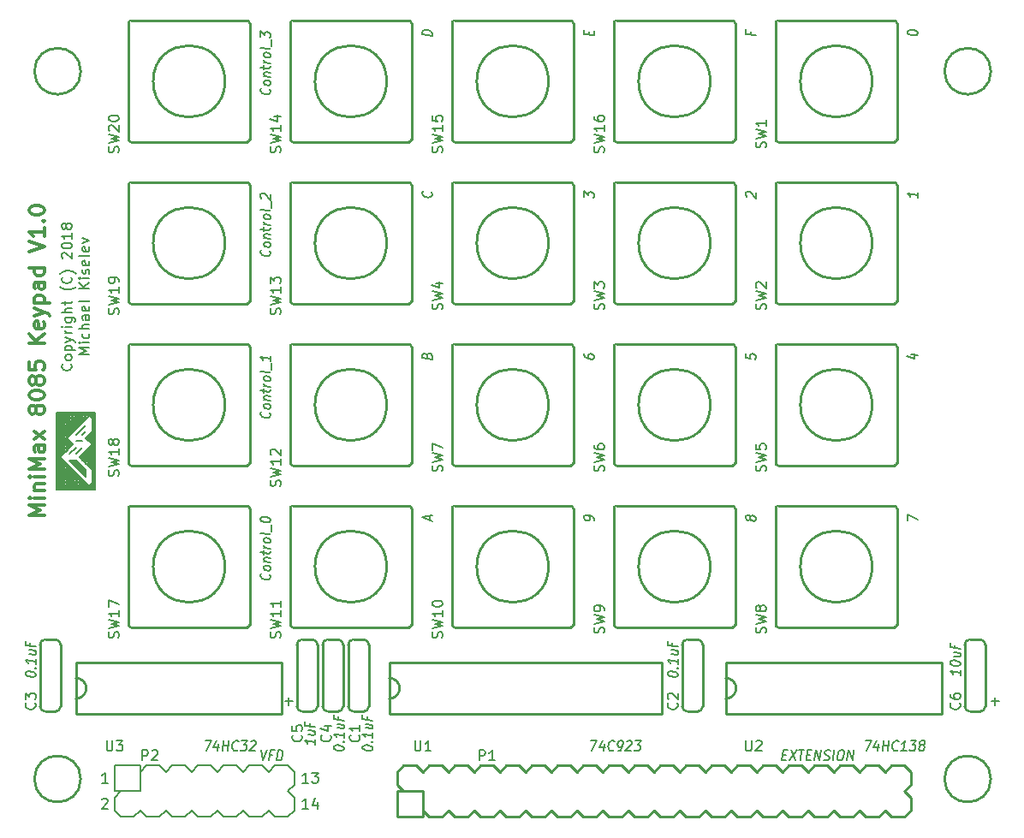
<source format=gto>
G04 #@! TF.FileFunction,Legend,Top*
%FSLAX46Y46*%
G04 Gerber Fmt 4.6, Leading zero omitted, Abs format (unit mm)*
G04 Created by KiCad (PCBNEW 4.0.7-e2-6376~58~ubuntu16.04.1) date Wed Jul 11 09:03:16 2018*
%MOMM*%
%LPD*%
G01*
G04 APERTURE LIST*
%ADD10C,0.150000*%
%ADD11C,0.203200*%
%ADD12C,0.200000*%
%ADD13C,0.304800*%
%ADD14C,0.254000*%
G04 APERTURE END LIST*
D10*
D11*
X132203976Y-128729619D02*
X131623405Y-128729619D01*
X131913691Y-128729619D02*
X131913691Y-127713619D01*
X131816929Y-127858762D01*
X131720167Y-127955524D01*
X131623405Y-128003905D01*
X133074833Y-128052286D02*
X133074833Y-128729619D01*
X132832929Y-127665238D02*
X132591024Y-128390952D01*
X133219976Y-128390952D01*
X132203976Y-126189619D02*
X131623405Y-126189619D01*
X131913691Y-126189619D02*
X131913691Y-125173619D01*
X131816929Y-125318762D01*
X131720167Y-125415524D01*
X131623405Y-125463905D01*
X132542643Y-125173619D02*
X133171595Y-125173619D01*
X132832929Y-125560667D01*
X132978071Y-125560667D01*
X133074833Y-125609048D01*
X133123214Y-125657429D01*
X133171595Y-125754190D01*
X133171595Y-125996095D01*
X133123214Y-126092857D01*
X133074833Y-126141238D01*
X132978071Y-126189619D01*
X132687786Y-126189619D01*
X132591024Y-126141238D01*
X132542643Y-126092857D01*
X111787215Y-127810381D02*
X111835596Y-127762000D01*
X111932358Y-127713619D01*
X112174262Y-127713619D01*
X112271024Y-127762000D01*
X112319405Y-127810381D01*
X112367786Y-127907143D01*
X112367786Y-128003905D01*
X112319405Y-128149048D01*
X111738834Y-128729619D01*
X112367786Y-128729619D01*
X112367786Y-126189619D02*
X111787215Y-126189619D01*
X112077501Y-126189619D02*
X112077501Y-125173619D01*
X111980739Y-125318762D01*
X111883977Y-125415524D01*
X111787215Y-125463905D01*
D12*
X116205000Y-124460000D02*
X115570000Y-125095000D01*
X117475000Y-124460000D02*
X116205000Y-124460000D01*
X118110000Y-125095000D02*
X117475000Y-124460000D01*
X118745000Y-124460000D02*
X118110000Y-125095000D01*
X120015000Y-124460000D02*
X118745000Y-124460000D01*
X120650000Y-125095000D02*
X120015000Y-124460000D01*
X121285000Y-124460000D02*
X120650000Y-125095000D01*
X122555000Y-124460000D02*
X121285000Y-124460000D01*
X123190000Y-125095000D02*
X122555000Y-124460000D01*
X123825000Y-124460000D02*
X123190000Y-125095000D01*
X125095000Y-124460000D02*
X123825000Y-124460000D01*
X125730000Y-125095000D02*
X125095000Y-124460000D01*
X126365000Y-124460000D02*
X125730000Y-125095000D01*
X127635000Y-124460000D02*
X126365000Y-124460000D01*
X128270000Y-125095000D02*
X127635000Y-124460000D01*
X128905000Y-124460000D02*
X128270000Y-125095000D01*
X130175000Y-124460000D02*
X128905000Y-124460000D01*
X130810000Y-125095000D02*
X130175000Y-124460000D01*
X130810000Y-126365000D02*
X130810000Y-125095000D01*
X130175000Y-127000000D02*
X130810000Y-126365000D01*
X130810000Y-127635000D02*
X130175000Y-127000000D01*
X130810000Y-128905000D02*
X130810000Y-127635000D01*
X130175000Y-129540000D02*
X130810000Y-128905000D01*
X128905000Y-129540000D02*
X130175000Y-129540000D01*
X128270000Y-128905000D02*
X128905000Y-129540000D01*
X127635000Y-129540000D02*
X128270000Y-128905000D01*
X126365000Y-129540000D02*
X127635000Y-129540000D01*
X125730000Y-128905000D02*
X126365000Y-129540000D01*
X125095000Y-129540000D02*
X125730000Y-128905000D01*
X123825000Y-129540000D02*
X125095000Y-129540000D01*
X123190000Y-128905000D02*
X123825000Y-129540000D01*
X122555000Y-129540000D02*
X123190000Y-128905000D01*
X121285000Y-129540000D02*
X122555000Y-129540000D01*
X120650000Y-128905000D02*
X121285000Y-129540000D01*
X120015000Y-129540000D02*
X120650000Y-128905000D01*
X118745000Y-129540000D02*
X120015000Y-129540000D01*
X118110000Y-128905000D02*
X118745000Y-129540000D01*
X117475000Y-129540000D02*
X118110000Y-128905000D01*
X116205000Y-129540000D02*
X117475000Y-129540000D01*
X115570000Y-128905000D02*
X116205000Y-129540000D01*
X114935000Y-129540000D02*
X115570000Y-128905000D01*
X113665000Y-129540000D02*
X114935000Y-129540000D01*
X113030000Y-128905000D02*
X113665000Y-129540000D01*
X113030000Y-127635000D02*
X113030000Y-128905000D01*
X113665000Y-127000000D02*
X113030000Y-127635000D01*
X115570000Y-127000000D02*
X113030000Y-127000000D01*
X115570000Y-124460000D02*
X115570000Y-127000000D01*
X113030000Y-124460000D02*
X115570000Y-124460000D01*
X113030000Y-127000000D02*
X113030000Y-124460000D01*
X107315000Y-89852500D02*
X107632500Y-89535000D01*
X107632500Y-89852500D02*
X107315000Y-89852500D01*
X107315000Y-90170000D02*
X107632500Y-89852500D01*
X107632500Y-90170000D02*
X107315000Y-90170000D01*
X107315000Y-90487500D02*
X107632500Y-90170000D01*
X107632500Y-90487500D02*
X107315000Y-90487500D01*
X107315000Y-90805000D02*
X107632500Y-90487500D01*
X107632500Y-90805000D02*
X107315000Y-90805000D01*
X107315000Y-91122500D02*
X107632500Y-90805000D01*
X107632500Y-91122500D02*
X107315000Y-91122500D01*
X107315000Y-91440000D02*
X107632500Y-91122500D01*
X107632500Y-91440000D02*
X107315000Y-91440000D01*
X107315000Y-91757500D02*
X107632500Y-91440000D01*
X107632500Y-91757500D02*
X107315000Y-91757500D01*
X107315000Y-92075000D02*
X107632500Y-91757500D01*
X107632500Y-92075000D02*
X107315000Y-92075000D01*
X107315000Y-92392500D02*
X107632500Y-92075000D01*
X107632500Y-92392500D02*
X107315000Y-92392500D01*
X107315000Y-92710000D02*
X107632500Y-92392500D01*
X107632500Y-92710000D02*
X107315000Y-92710000D01*
X107315000Y-93027500D02*
X107632500Y-92710000D01*
X107632500Y-93027500D02*
X107315000Y-93027500D01*
X107315000Y-93345000D02*
X107632500Y-93027500D01*
X107632500Y-93345000D02*
X107315000Y-93345000D01*
X107315000Y-93662500D02*
X107632500Y-93345000D01*
X107632500Y-93662500D02*
X107315000Y-93662500D01*
X107315000Y-93980000D02*
X107632500Y-93662500D01*
X107632500Y-93980000D02*
X107315000Y-93980000D01*
X107315000Y-94297500D02*
X107632500Y-93980000D01*
X107632500Y-94297500D02*
X107315000Y-94297500D01*
X107315000Y-94615000D02*
X107632500Y-94297500D01*
X107632500Y-94615000D02*
X107315000Y-94615000D01*
X107315000Y-94932500D02*
X107632500Y-94615000D01*
X107632500Y-94932500D02*
X107315000Y-94932500D01*
X107315000Y-95250000D02*
X107632500Y-94932500D01*
X107632500Y-95250000D02*
X107315000Y-95250000D01*
X107315000Y-95567500D02*
X107632500Y-95250000D01*
X107632500Y-95567500D02*
X107315000Y-95567500D01*
X107315000Y-95885000D02*
X107632500Y-95567500D01*
X107632500Y-95885000D02*
X107315000Y-95885000D01*
X107315000Y-96202500D02*
X107632500Y-95885000D01*
X107632500Y-96202500D02*
X107315000Y-96202500D01*
X107315000Y-96520000D02*
X107632500Y-96202500D01*
X107632500Y-96520000D02*
X107315000Y-96520000D01*
X107315000Y-96837500D02*
X107632500Y-96520000D01*
X107632500Y-96837500D02*
X107315000Y-96837500D01*
X107315000Y-97155000D02*
X107632500Y-96837500D01*
X111125000Y-89852500D02*
X110807500Y-89535000D01*
X110807500Y-89852500D02*
X111125000Y-89852500D01*
X111125000Y-90170000D02*
X110807500Y-89852500D01*
X110807500Y-90170000D02*
X111125000Y-90170000D01*
X111125000Y-90487500D02*
X110807500Y-90170000D01*
X110807500Y-90487500D02*
X111125000Y-90487500D01*
X111125000Y-90805000D02*
X110807500Y-90487500D01*
X110807500Y-90805000D02*
X111125000Y-90805000D01*
X111125000Y-91122500D02*
X110807500Y-90805000D01*
X110807500Y-91122500D02*
X111125000Y-91122500D01*
X111125000Y-91440000D02*
X110807500Y-91122500D01*
X110807500Y-91440000D02*
X111125000Y-91440000D01*
X111125000Y-91757500D02*
X110807500Y-91440000D01*
X110807500Y-91757500D02*
X111125000Y-91757500D01*
X111125000Y-92075000D02*
X110807500Y-91757500D01*
X110807500Y-92075000D02*
X111125000Y-92075000D01*
X111125000Y-92392500D02*
X110807500Y-92075000D01*
X110807500Y-92392500D02*
X111125000Y-92392500D01*
X110807500Y-92710000D02*
X110807500Y-92392500D01*
X111125000Y-92392500D02*
X110807500Y-92710000D01*
X110807500Y-92710000D02*
X111125000Y-92392500D01*
X111125000Y-92710000D02*
X110807500Y-92710000D01*
X110807500Y-93027500D02*
X111125000Y-92710000D01*
X111125000Y-93027500D02*
X110807500Y-93027500D01*
X110807500Y-93345000D02*
X111125000Y-93027500D01*
X111125000Y-93345000D02*
X110807500Y-93345000D01*
X110807500Y-93662500D02*
X111125000Y-93345000D01*
X111125000Y-93662500D02*
X110807500Y-93662500D01*
X110807500Y-93980000D02*
X111125000Y-93662500D01*
X111125000Y-93980000D02*
X110807500Y-93980000D01*
X110807500Y-94297500D02*
X111125000Y-93980000D01*
X111125000Y-94297500D02*
X110807500Y-94297500D01*
X110807500Y-94615000D02*
X111125000Y-94297500D01*
X111125000Y-94615000D02*
X110807500Y-94615000D01*
X110807500Y-94932500D02*
X111125000Y-94615000D01*
X111125000Y-94932500D02*
X110807500Y-94932500D01*
X110807500Y-95250000D02*
X111125000Y-94932500D01*
X111125000Y-95250000D02*
X110807500Y-95250000D01*
X110807500Y-95567500D02*
X111125000Y-95250000D01*
X111125000Y-95567500D02*
X110807500Y-95567500D01*
X110807500Y-95885000D02*
X111125000Y-95567500D01*
X111125000Y-95885000D02*
X110807500Y-95885000D01*
X110807500Y-96202500D02*
X111125000Y-95885000D01*
X111125000Y-96202500D02*
X110807500Y-96202500D01*
X110807500Y-96520000D02*
X111125000Y-96202500D01*
X111125000Y-96520000D02*
X110807500Y-96520000D01*
X110807500Y-96837500D02*
X111125000Y-96520000D01*
X111125000Y-96837500D02*
X110807500Y-96837500D01*
X110807500Y-97155000D02*
X111125000Y-96837500D01*
X107315000Y-97155000D02*
X107632500Y-97155000D01*
X107315000Y-89535000D02*
X107315000Y-97155000D01*
X110807500Y-89535000D02*
X107315000Y-89535000D01*
X111125000Y-89535000D02*
X110807500Y-89535000D01*
X111125000Y-97155000D02*
X111125000Y-89535000D01*
X110807500Y-97155000D02*
X111125000Y-97155000D01*
X109855000Y-94932500D02*
X109220000Y-94932500D01*
X110172500Y-95250000D02*
X109855000Y-94932500D01*
X109855000Y-95250000D02*
X110172500Y-95250000D01*
X109537500Y-95250000D02*
X109855000Y-95250000D01*
X109537500Y-94932500D02*
X109537500Y-95250000D01*
X109537500Y-94615000D02*
X109537500Y-94932500D01*
X108902500Y-94615000D02*
X109537500Y-94615000D01*
X108902500Y-94297500D02*
X108902500Y-94615000D01*
X109220000Y-94297500D02*
X108902500Y-94297500D01*
X109220000Y-94615000D02*
X109220000Y-94297500D01*
X109220000Y-94932500D02*
X109220000Y-94615000D01*
X109537500Y-95250000D02*
X109220000Y-94932500D01*
X109537500Y-94932500D02*
X109537500Y-95250000D01*
X109855000Y-94932500D02*
X109537500Y-94932500D01*
X109855000Y-95567500D02*
X109855000Y-94932500D01*
X110172500Y-95567500D02*
X109855000Y-95567500D01*
X108902500Y-94297500D02*
X110172500Y-95567500D01*
X108902500Y-94615000D02*
X108902500Y-94297500D01*
X109855000Y-91757500D02*
X110172500Y-91440000D01*
X109220000Y-91757500D02*
X110172500Y-90805000D01*
X109220000Y-92392500D02*
X109855000Y-92392500D01*
X108585000Y-93662500D02*
X109220000Y-93027500D01*
X109220000Y-93662500D02*
X109855000Y-93027500D01*
X108585000Y-94297500D02*
X110172500Y-95885000D01*
X109220000Y-94297500D02*
X108585000Y-94297500D01*
X110172500Y-95250000D02*
X109220000Y-94297500D01*
X110172500Y-95885000D02*
X110172500Y-95250000D01*
X110490000Y-92392500D02*
X110807500Y-92392500D01*
X110490000Y-91757500D02*
X110490000Y-92392500D01*
X110490000Y-92075000D02*
X110490000Y-91757500D01*
X110807500Y-92075000D02*
X110490000Y-92075000D01*
X110807500Y-91757500D02*
X110807500Y-92075000D01*
X110490000Y-91757500D02*
X110807500Y-91757500D01*
X110172500Y-92075000D02*
X110490000Y-91757500D01*
X110807500Y-92075000D02*
X110172500Y-92075000D01*
X110807500Y-91757500D02*
X110807500Y-92075000D01*
X110490000Y-92075000D02*
X110807500Y-91757500D01*
X110807500Y-92392500D02*
X110490000Y-92075000D01*
X110490000Y-89535000D02*
X110490000Y-89852500D01*
X110172500Y-89535000D02*
X110490000Y-89535000D01*
X110172500Y-90170000D02*
X110172500Y-89535000D01*
X110172500Y-89852500D02*
X110172500Y-90170000D01*
X109855000Y-89535000D02*
X110172500Y-89852500D01*
X109855000Y-90487500D02*
X109855000Y-89535000D01*
X109537500Y-90805000D02*
X109855000Y-90487500D01*
X109537500Y-89535000D02*
X109537500Y-90805000D01*
X109220000Y-89535000D02*
X109537500Y-89535000D01*
X109220000Y-91122500D02*
X109220000Y-89535000D01*
X108902500Y-91440000D02*
X109220000Y-91122500D01*
X108902500Y-89535000D02*
X108902500Y-91440000D01*
X108585000Y-89535000D02*
X108902500Y-89535000D01*
X108585000Y-91757500D02*
X108585000Y-89535000D01*
X108267500Y-91757500D02*
X108585000Y-91757500D01*
X108267500Y-92392500D02*
X108267500Y-91757500D01*
X108585000Y-92392500D02*
X108267500Y-92392500D01*
X108585000Y-93027500D02*
X108585000Y-92392500D01*
X108267500Y-93345000D02*
X108585000Y-93027500D01*
X108267500Y-89535000D02*
X108267500Y-93345000D01*
X108267500Y-89852500D02*
X108267500Y-89535000D01*
X107950000Y-89535000D02*
X108267500Y-89852500D01*
X107950000Y-93662500D02*
X107950000Y-89535000D01*
X107632500Y-93662500D02*
X107950000Y-93662500D01*
X107950000Y-93662500D02*
X107632500Y-93662500D01*
X108267500Y-93345000D02*
X107950000Y-93662500D01*
X107632500Y-93345000D02*
X108267500Y-93345000D01*
X107632500Y-93027500D02*
X107632500Y-93345000D01*
X108585000Y-93027500D02*
X107632500Y-93027500D01*
X108902500Y-92710000D02*
X108585000Y-93027500D01*
X107632500Y-92710000D02*
X108902500Y-92710000D01*
X107632500Y-92392500D02*
X107632500Y-92710000D01*
X108585000Y-92392500D02*
X107632500Y-92392500D01*
X108267500Y-92075000D02*
X108585000Y-92392500D01*
X107632500Y-92075000D02*
X108267500Y-92075000D01*
X107632500Y-91757500D02*
X107632500Y-92075000D01*
X108585000Y-91757500D02*
X107632500Y-91757500D01*
X108902500Y-91440000D02*
X108585000Y-91757500D01*
X107632500Y-91440000D02*
X108902500Y-91440000D01*
X107632500Y-91122500D02*
X107632500Y-91440000D01*
X109220000Y-91122500D02*
X107632500Y-91122500D01*
X109537500Y-90805000D02*
X109220000Y-91122500D01*
X107632500Y-90805000D02*
X109537500Y-90805000D01*
X107632500Y-90487500D02*
X107632500Y-90805000D01*
X109855000Y-90487500D02*
X107632500Y-90487500D01*
X110172500Y-90170000D02*
X109855000Y-90487500D01*
X107632500Y-90170000D02*
X110172500Y-90170000D01*
X107632500Y-89852500D02*
X107632500Y-90170000D01*
X110807500Y-89852500D02*
X107632500Y-89852500D01*
X107632500Y-89852500D02*
X107950000Y-89535000D01*
X107632500Y-90170000D02*
X107632500Y-89852500D01*
X108267500Y-89535000D02*
X107632500Y-90170000D01*
X108585000Y-89535000D02*
X108267500Y-89535000D01*
X107632500Y-90487500D02*
X108585000Y-89535000D01*
X107632500Y-90805000D02*
X107632500Y-90487500D01*
X108902500Y-89535000D02*
X107632500Y-90805000D01*
X109220000Y-89535000D02*
X108902500Y-89535000D01*
X107632500Y-91122500D02*
X109220000Y-89535000D01*
X107632500Y-91440000D02*
X107632500Y-91122500D01*
X109537500Y-89535000D02*
X107632500Y-91440000D01*
X109855000Y-89535000D02*
X109537500Y-89535000D01*
X107632500Y-91757500D02*
X109855000Y-89535000D01*
X107632500Y-92075000D02*
X107632500Y-91757500D01*
X110172500Y-89535000D02*
X107632500Y-92075000D01*
X110490000Y-89535000D02*
X110172500Y-89535000D01*
X107632500Y-92392500D02*
X110490000Y-89535000D01*
X107632500Y-92710000D02*
X107632500Y-92392500D01*
X108267500Y-92075000D02*
X107632500Y-92710000D01*
X108267500Y-92392500D02*
X108267500Y-92075000D01*
X107632500Y-93027500D02*
X108267500Y-92392500D01*
X107632500Y-93345000D02*
X107632500Y-93027500D01*
X108585000Y-92392500D02*
X107632500Y-93345000D01*
X108585000Y-92710000D02*
X108585000Y-92392500D01*
X107632500Y-93662500D02*
X108585000Y-92710000D01*
X109855000Y-93980000D02*
X109537500Y-93980000D01*
X109855000Y-94297500D02*
X109855000Y-93980000D01*
X110172500Y-94297500D02*
X109855000Y-94297500D01*
X110172500Y-94615000D02*
X110172500Y-94297500D01*
X110490000Y-94615000D02*
X110172500Y-94615000D01*
X110490000Y-94297500D02*
X110490000Y-94615000D01*
X110172500Y-94297500D02*
X110490000Y-94297500D01*
X110172500Y-93980000D02*
X110172500Y-94297500D01*
X109855000Y-93980000D02*
X110172500Y-93980000D01*
X109855000Y-93662500D02*
X109855000Y-93980000D01*
X110172500Y-93662500D02*
X109855000Y-93662500D01*
X110172500Y-93980000D02*
X110172500Y-93662500D01*
X110490000Y-93980000D02*
X110172500Y-93980000D01*
X110490000Y-93662500D02*
X110490000Y-93980000D01*
X110172500Y-93662500D02*
X110490000Y-93662500D01*
X110172500Y-93345000D02*
X110172500Y-93662500D01*
X110490000Y-93345000D02*
X110172500Y-93345000D01*
X110807500Y-93345000D02*
X110490000Y-93345000D01*
X110807500Y-93662500D02*
X110807500Y-93345000D01*
X110490000Y-93662500D02*
X110807500Y-93662500D01*
X110490000Y-93980000D02*
X110490000Y-93662500D01*
X110807500Y-93980000D02*
X110490000Y-93980000D01*
X110807500Y-94297500D02*
X110807500Y-93980000D01*
X110490000Y-94297500D02*
X110807500Y-94297500D01*
X110490000Y-94615000D02*
X110490000Y-94297500D01*
X110807500Y-94615000D02*
X110490000Y-94615000D01*
X110807500Y-94932500D02*
X110807500Y-94615000D01*
X110490000Y-94932500D02*
X110807500Y-94932500D01*
X110490000Y-93027500D02*
X110490000Y-94932500D01*
X110807500Y-93027500D02*
X110490000Y-93027500D01*
X110807500Y-93345000D02*
X110807500Y-93027500D01*
X110490000Y-93027500D02*
X110807500Y-93345000D01*
X110490000Y-93345000D02*
X110490000Y-93027500D01*
X110807500Y-93662500D02*
X110490000Y-93345000D01*
X110807500Y-93980000D02*
X110807500Y-93662500D01*
X110172500Y-93345000D02*
X110807500Y-93980000D01*
X110172500Y-93662500D02*
X110172500Y-93345000D01*
X110807500Y-94297500D02*
X110172500Y-93662500D01*
X110807500Y-94615000D02*
X110807500Y-94297500D01*
X109855000Y-93662500D02*
X110807500Y-94615000D01*
X109855000Y-93980000D02*
X109855000Y-93662500D01*
X110807500Y-94932500D02*
X109855000Y-93980000D01*
X109855000Y-96520000D02*
X108585000Y-96520000D01*
X109855000Y-96202500D02*
X109855000Y-96520000D01*
X109537500Y-96202500D02*
X109855000Y-96202500D01*
X108585000Y-96202500D02*
X109537500Y-96202500D01*
X108585000Y-95885000D02*
X108585000Y-96202500D01*
X108902500Y-95885000D02*
X108585000Y-95885000D01*
X109220000Y-95885000D02*
X108902500Y-95885000D01*
X109220000Y-95567500D02*
X109220000Y-95885000D01*
X108902500Y-95567500D02*
X109220000Y-95567500D01*
X108267500Y-94932500D02*
X108902500Y-95567500D01*
X108585000Y-94932500D02*
X108267500Y-94932500D01*
X108585000Y-95250000D02*
X108585000Y-94932500D01*
X108902500Y-95250000D02*
X108585000Y-95250000D01*
X108902500Y-95567500D02*
X108902500Y-95250000D01*
X108585000Y-95567500D02*
X108902500Y-95567500D01*
X108585000Y-95250000D02*
X108585000Y-95567500D01*
X108267500Y-95250000D02*
X108585000Y-95250000D01*
X108267500Y-95567500D02*
X108267500Y-95250000D01*
X108585000Y-95567500D02*
X108267500Y-95567500D01*
X108585000Y-95885000D02*
X108585000Y-95567500D01*
X108267500Y-95885000D02*
X108585000Y-95885000D01*
X108267500Y-96202500D02*
X108267500Y-95885000D01*
X108585000Y-96202500D02*
X108267500Y-96202500D01*
X108585000Y-96520000D02*
X108585000Y-96202500D01*
X108267500Y-96520000D02*
X108585000Y-96520000D01*
X107950000Y-96520000D02*
X108267500Y-96520000D01*
X107950000Y-96202500D02*
X107950000Y-96520000D01*
X108267500Y-96202500D02*
X107950000Y-96202500D01*
X108267500Y-95885000D02*
X108267500Y-96202500D01*
X107950000Y-95885000D02*
X108267500Y-95885000D01*
X107950000Y-95567500D02*
X107950000Y-95885000D01*
X108267500Y-95567500D02*
X107950000Y-95567500D01*
X108267500Y-95250000D02*
X108267500Y-95567500D01*
X107950000Y-95250000D02*
X108267500Y-95250000D01*
X107950000Y-94932500D02*
X107950000Y-95250000D01*
X108267500Y-94932500D02*
X107950000Y-94932500D01*
X107950000Y-94615000D02*
X108267500Y-94932500D01*
X107632500Y-94297500D02*
X107950000Y-94615000D01*
X107950000Y-94297500D02*
X107632500Y-94297500D01*
X107950000Y-94615000D02*
X107950000Y-94297500D01*
X107632500Y-94615000D02*
X107950000Y-94615000D01*
X107632500Y-94932500D02*
X107632500Y-94615000D01*
X107950000Y-94932500D02*
X107632500Y-94932500D01*
X107950000Y-95250000D02*
X107950000Y-94932500D01*
X107632500Y-95250000D02*
X107950000Y-95250000D01*
X107632500Y-95567500D02*
X107632500Y-95250000D01*
X107950000Y-95567500D02*
X107632500Y-95567500D01*
X107950000Y-95885000D02*
X107950000Y-95567500D01*
X107632500Y-95885000D02*
X107950000Y-95885000D01*
X107632500Y-96202500D02*
X107632500Y-95885000D01*
X107950000Y-96202500D02*
X107632500Y-96202500D01*
X107950000Y-96520000D02*
X107950000Y-96202500D01*
X107632500Y-96520000D02*
X107950000Y-96520000D01*
X107632500Y-97155000D02*
X107632500Y-96520000D01*
X107950000Y-97155000D02*
X107632500Y-97155000D01*
X107950000Y-94615000D02*
X107950000Y-97155000D01*
X108267500Y-94615000D02*
X107950000Y-94615000D01*
X108267500Y-97155000D02*
X108267500Y-94615000D01*
X108585000Y-97155000D02*
X108267500Y-97155000D01*
X108585000Y-95567500D02*
X108585000Y-97155000D01*
X108902500Y-95567500D02*
X108585000Y-95567500D01*
X108902500Y-97155000D02*
X108902500Y-95567500D01*
X109220000Y-97155000D02*
X108902500Y-97155000D01*
X109220000Y-95885000D02*
X109220000Y-97155000D01*
X109537500Y-95885000D02*
X109220000Y-95885000D01*
X109537500Y-97155000D02*
X109537500Y-95885000D01*
X109855000Y-97155000D02*
X109537500Y-97155000D01*
X109855000Y-96520000D02*
X109855000Y-97155000D01*
X110172500Y-96520000D02*
X109855000Y-96520000D01*
X110172500Y-97155000D02*
X110172500Y-96520000D01*
X110490000Y-97155000D02*
X110172500Y-97155000D01*
X110490000Y-96837500D02*
X110490000Y-97155000D01*
X107950000Y-96837500D02*
X110490000Y-96837500D01*
X107632500Y-96837500D02*
X107950000Y-96837500D01*
X110490000Y-97155000D02*
X107632500Y-94297500D01*
X110172500Y-97155000D02*
X110490000Y-97155000D01*
X107632500Y-94615000D02*
X110172500Y-97155000D01*
X107632500Y-94932500D02*
X107632500Y-94615000D01*
X109855000Y-97155000D02*
X107632500Y-94932500D01*
X109537500Y-97155000D02*
X109855000Y-97155000D01*
X107632500Y-95250000D02*
X109537500Y-97155000D01*
X107632500Y-95567500D02*
X107632500Y-95250000D01*
X109220000Y-97155000D02*
X107632500Y-95567500D01*
X108902500Y-97155000D02*
X109220000Y-97155000D01*
X107632500Y-95885000D02*
X108902500Y-97155000D01*
X107632500Y-96202500D02*
X107632500Y-95885000D01*
X108585000Y-97155000D02*
X107632500Y-96202500D01*
X108267500Y-97155000D02*
X108585000Y-97155000D01*
X107632500Y-96520000D02*
X108267500Y-97155000D01*
X107632500Y-96837500D02*
X107632500Y-96520000D01*
X107950000Y-97155000D02*
X107632500Y-96837500D01*
X107632500Y-97155000D02*
X107950000Y-97155000D01*
X110807500Y-96837500D02*
X110490000Y-96837500D01*
X110490000Y-97155000D02*
X110807500Y-96837500D01*
X110490000Y-96837500D02*
X110807500Y-96520000D01*
X110807500Y-90170000D02*
X110490000Y-89852500D01*
X110172500Y-92075000D02*
X110807500Y-91440000D01*
X110807500Y-92710000D02*
X110172500Y-92075000D01*
X109537500Y-93980000D02*
X110807500Y-92710000D01*
X110807500Y-95250000D02*
X109537500Y-93980000D01*
X110807500Y-94932500D02*
X110807500Y-95250000D01*
X107632500Y-89535000D02*
X110807500Y-89535000D01*
X107632500Y-97155000D02*
X107632500Y-89535000D01*
X110807500Y-97155000D02*
X107632500Y-97155000D01*
X110807500Y-97155000D02*
X110807500Y-96837500D01*
X107632500Y-93980000D02*
X110807500Y-97155000D01*
X108902500Y-92710000D02*
X107632500Y-93980000D01*
X108267500Y-92075000D02*
X108902500Y-92710000D01*
X110807500Y-89535000D02*
X108267500Y-92075000D01*
X110807500Y-96837500D02*
X110807500Y-89535000D01*
D11*
X108719257Y-84757380D02*
X108767638Y-84805761D01*
X108816019Y-84950904D01*
X108816019Y-85047666D01*
X108767638Y-85192808D01*
X108670876Y-85289570D01*
X108574114Y-85337951D01*
X108380590Y-85386332D01*
X108235448Y-85386332D01*
X108041924Y-85337951D01*
X107945162Y-85289570D01*
X107848400Y-85192808D01*
X107800019Y-85047666D01*
X107800019Y-84950904D01*
X107848400Y-84805761D01*
X107896781Y-84757380D01*
X108816019Y-84176808D02*
X108767638Y-84273570D01*
X108719257Y-84321951D01*
X108622495Y-84370332D01*
X108332210Y-84370332D01*
X108235448Y-84321951D01*
X108187067Y-84273570D01*
X108138686Y-84176808D01*
X108138686Y-84031666D01*
X108187067Y-83934904D01*
X108235448Y-83886523D01*
X108332210Y-83838142D01*
X108622495Y-83838142D01*
X108719257Y-83886523D01*
X108767638Y-83934904D01*
X108816019Y-84031666D01*
X108816019Y-84176808D01*
X108138686Y-83402713D02*
X109154686Y-83402713D01*
X108187067Y-83402713D02*
X108138686Y-83305951D01*
X108138686Y-83112428D01*
X108187067Y-83015666D01*
X108235448Y-82967285D01*
X108332210Y-82918904D01*
X108622495Y-82918904D01*
X108719257Y-82967285D01*
X108767638Y-83015666D01*
X108816019Y-83112428D01*
X108816019Y-83305951D01*
X108767638Y-83402713D01*
X108138686Y-82580237D02*
X108816019Y-82338332D01*
X108138686Y-82096428D02*
X108816019Y-82338332D01*
X109057924Y-82435094D01*
X109106305Y-82483475D01*
X109154686Y-82580237D01*
X108816019Y-81709380D02*
X108138686Y-81709380D01*
X108332210Y-81709380D02*
X108235448Y-81660999D01*
X108187067Y-81612618D01*
X108138686Y-81515856D01*
X108138686Y-81419095D01*
X108816019Y-81080428D02*
X108138686Y-81080428D01*
X107800019Y-81080428D02*
X107848400Y-81128809D01*
X107896781Y-81080428D01*
X107848400Y-81032047D01*
X107800019Y-81080428D01*
X107896781Y-81080428D01*
X108138686Y-80161190D02*
X108961162Y-80161190D01*
X109057924Y-80209571D01*
X109106305Y-80257952D01*
X109154686Y-80354713D01*
X109154686Y-80499856D01*
X109106305Y-80596618D01*
X108767638Y-80161190D02*
X108816019Y-80257952D01*
X108816019Y-80451475D01*
X108767638Y-80548237D01*
X108719257Y-80596618D01*
X108622495Y-80644999D01*
X108332210Y-80644999D01*
X108235448Y-80596618D01*
X108187067Y-80548237D01*
X108138686Y-80451475D01*
X108138686Y-80257952D01*
X108187067Y-80161190D01*
X108816019Y-79677380D02*
X107800019Y-79677380D01*
X108816019Y-79241952D02*
X108283829Y-79241952D01*
X108187067Y-79290333D01*
X108138686Y-79387095D01*
X108138686Y-79532237D01*
X108187067Y-79628999D01*
X108235448Y-79677380D01*
X108138686Y-78903285D02*
X108138686Y-78516237D01*
X107800019Y-78758142D02*
X108670876Y-78758142D01*
X108767638Y-78709761D01*
X108816019Y-78612999D01*
X108816019Y-78516237D01*
X109203067Y-77113191D02*
X109154686Y-77161571D01*
X109009543Y-77258333D01*
X108912781Y-77306714D01*
X108767638Y-77355095D01*
X108525733Y-77403476D01*
X108332210Y-77403476D01*
X108090305Y-77355095D01*
X107945162Y-77306714D01*
X107848400Y-77258333D01*
X107703257Y-77161571D01*
X107654876Y-77113191D01*
X108719257Y-76145572D02*
X108767638Y-76193953D01*
X108816019Y-76339096D01*
X108816019Y-76435858D01*
X108767638Y-76581000D01*
X108670876Y-76677762D01*
X108574114Y-76726143D01*
X108380590Y-76774524D01*
X108235448Y-76774524D01*
X108041924Y-76726143D01*
X107945162Y-76677762D01*
X107848400Y-76581000D01*
X107800019Y-76435858D01*
X107800019Y-76339096D01*
X107848400Y-76193953D01*
X107896781Y-76145572D01*
X109203067Y-75806905D02*
X109154686Y-75758524D01*
X109009543Y-75661762D01*
X108912781Y-75613381D01*
X108767638Y-75565000D01*
X108525733Y-75516619D01*
X108332210Y-75516619D01*
X108090305Y-75565000D01*
X107945162Y-75613381D01*
X107848400Y-75661762D01*
X107703257Y-75758524D01*
X107654876Y-75806905D01*
X107896781Y-74307096D02*
X107848400Y-74258715D01*
X107800019Y-74161953D01*
X107800019Y-73920049D01*
X107848400Y-73823287D01*
X107896781Y-73774906D01*
X107993543Y-73726525D01*
X108090305Y-73726525D01*
X108235448Y-73774906D01*
X108816019Y-74355477D01*
X108816019Y-73726525D01*
X107800019Y-73097572D02*
X107800019Y-73000811D01*
X107848400Y-72904049D01*
X107896781Y-72855668D01*
X107993543Y-72807287D01*
X108187067Y-72758906D01*
X108428971Y-72758906D01*
X108622495Y-72807287D01*
X108719257Y-72855668D01*
X108767638Y-72904049D01*
X108816019Y-73000811D01*
X108816019Y-73097572D01*
X108767638Y-73194334D01*
X108719257Y-73242715D01*
X108622495Y-73291096D01*
X108428971Y-73339477D01*
X108187067Y-73339477D01*
X107993543Y-73291096D01*
X107896781Y-73242715D01*
X107848400Y-73194334D01*
X107800019Y-73097572D01*
X108816019Y-71791287D02*
X108816019Y-72371858D01*
X108816019Y-72081572D02*
X107800019Y-72081572D01*
X107945162Y-72178334D01*
X108041924Y-72275096D01*
X108090305Y-72371858D01*
X108235448Y-71210715D02*
X108187067Y-71307477D01*
X108138686Y-71355858D01*
X108041924Y-71404239D01*
X107993543Y-71404239D01*
X107896781Y-71355858D01*
X107848400Y-71307477D01*
X107800019Y-71210715D01*
X107800019Y-71017192D01*
X107848400Y-70920430D01*
X107896781Y-70872049D01*
X107993543Y-70823668D01*
X108041924Y-70823668D01*
X108138686Y-70872049D01*
X108187067Y-70920430D01*
X108235448Y-71017192D01*
X108235448Y-71210715D01*
X108283829Y-71307477D01*
X108332210Y-71355858D01*
X108428971Y-71404239D01*
X108622495Y-71404239D01*
X108719257Y-71355858D01*
X108767638Y-71307477D01*
X108816019Y-71210715D01*
X108816019Y-71017192D01*
X108767638Y-70920430D01*
X108719257Y-70872049D01*
X108622495Y-70823668D01*
X108428971Y-70823668D01*
X108332210Y-70872049D01*
X108283829Y-70920430D01*
X108235448Y-71017192D01*
X110543219Y-83813951D02*
X109527219Y-83813951D01*
X110252933Y-83475285D01*
X109527219Y-83136618D01*
X110543219Y-83136618D01*
X110543219Y-82652808D02*
X109865886Y-82652808D01*
X109527219Y-82652808D02*
X109575600Y-82701189D01*
X109623981Y-82652808D01*
X109575600Y-82604427D01*
X109527219Y-82652808D01*
X109623981Y-82652808D01*
X110494838Y-81733570D02*
X110543219Y-81830332D01*
X110543219Y-82023855D01*
X110494838Y-82120617D01*
X110446457Y-82168998D01*
X110349695Y-82217379D01*
X110059410Y-82217379D01*
X109962648Y-82168998D01*
X109914267Y-82120617D01*
X109865886Y-82023855D01*
X109865886Y-81830332D01*
X109914267Y-81733570D01*
X110543219Y-81298141D02*
X109527219Y-81298141D01*
X110543219Y-80862713D02*
X110011029Y-80862713D01*
X109914267Y-80911094D01*
X109865886Y-81007856D01*
X109865886Y-81152998D01*
X109914267Y-81249760D01*
X109962648Y-81298141D01*
X110543219Y-79943475D02*
X110011029Y-79943475D01*
X109914267Y-79991856D01*
X109865886Y-80088618D01*
X109865886Y-80282141D01*
X109914267Y-80378903D01*
X110494838Y-79943475D02*
X110543219Y-80040237D01*
X110543219Y-80282141D01*
X110494838Y-80378903D01*
X110398076Y-80427284D01*
X110301314Y-80427284D01*
X110204552Y-80378903D01*
X110156171Y-80282141D01*
X110156171Y-80040237D01*
X110107790Y-79943475D01*
X110494838Y-79072618D02*
X110543219Y-79169380D01*
X110543219Y-79362903D01*
X110494838Y-79459665D01*
X110398076Y-79508046D01*
X110011029Y-79508046D01*
X109914267Y-79459665D01*
X109865886Y-79362903D01*
X109865886Y-79169380D01*
X109914267Y-79072618D01*
X110011029Y-79024237D01*
X110107790Y-79024237D01*
X110204552Y-79508046D01*
X110543219Y-78443665D02*
X110494838Y-78540427D01*
X110398076Y-78588808D01*
X109527219Y-78588808D01*
X110543219Y-77282523D02*
X109527219Y-77282523D01*
X110543219Y-76701952D02*
X109962648Y-77137380D01*
X109527219Y-76701952D02*
X110107790Y-77282523D01*
X110543219Y-76266523D02*
X109865886Y-76266523D01*
X109527219Y-76266523D02*
X109575600Y-76314904D01*
X109623981Y-76266523D01*
X109575600Y-76218142D01*
X109527219Y-76266523D01*
X109623981Y-76266523D01*
X110494838Y-75831094D02*
X110543219Y-75734332D01*
X110543219Y-75540808D01*
X110494838Y-75444047D01*
X110398076Y-75395666D01*
X110349695Y-75395666D01*
X110252933Y-75444047D01*
X110204552Y-75540808D01*
X110204552Y-75685951D01*
X110156171Y-75782713D01*
X110059410Y-75831094D01*
X110011029Y-75831094D01*
X109914267Y-75782713D01*
X109865886Y-75685951D01*
X109865886Y-75540808D01*
X109914267Y-75444047D01*
X110494838Y-74573190D02*
X110543219Y-74669952D01*
X110543219Y-74863475D01*
X110494838Y-74960237D01*
X110398076Y-75008618D01*
X110011029Y-75008618D01*
X109914267Y-74960237D01*
X109865886Y-74863475D01*
X109865886Y-74669952D01*
X109914267Y-74573190D01*
X110011029Y-74524809D01*
X110107790Y-74524809D01*
X110204552Y-75008618D01*
X110543219Y-73944237D02*
X110494838Y-74040999D01*
X110398076Y-74089380D01*
X109527219Y-74089380D01*
X110494838Y-73170143D02*
X110543219Y-73266905D01*
X110543219Y-73460428D01*
X110494838Y-73557190D01*
X110398076Y-73605571D01*
X110011029Y-73605571D01*
X109914267Y-73557190D01*
X109865886Y-73460428D01*
X109865886Y-73266905D01*
X109914267Y-73170143D01*
X110011029Y-73121762D01*
X110107790Y-73121762D01*
X110204552Y-73605571D01*
X109865886Y-72783095D02*
X110543219Y-72541190D01*
X109865886Y-72299286D01*
D13*
X106099429Y-99731286D02*
X104575429Y-99731286D01*
X105664000Y-99223286D01*
X104575429Y-98715286D01*
X106099429Y-98715286D01*
X106099429Y-97989572D02*
X105083429Y-97989572D01*
X104575429Y-97989572D02*
X104648000Y-98062143D01*
X104720571Y-97989572D01*
X104648000Y-97917000D01*
X104575429Y-97989572D01*
X104720571Y-97989572D01*
X105083429Y-97263858D02*
X106099429Y-97263858D01*
X105228571Y-97263858D02*
X105156000Y-97191286D01*
X105083429Y-97046144D01*
X105083429Y-96828429D01*
X105156000Y-96683286D01*
X105301143Y-96610715D01*
X106099429Y-96610715D01*
X106099429Y-95885001D02*
X105083429Y-95885001D01*
X104575429Y-95885001D02*
X104648000Y-95957572D01*
X104720571Y-95885001D01*
X104648000Y-95812429D01*
X104575429Y-95885001D01*
X104720571Y-95885001D01*
X106099429Y-95159287D02*
X104575429Y-95159287D01*
X105664000Y-94651287D01*
X104575429Y-94143287D01*
X106099429Y-94143287D01*
X106099429Y-92764430D02*
X105301143Y-92764430D01*
X105156000Y-92837001D01*
X105083429Y-92982144D01*
X105083429Y-93272430D01*
X105156000Y-93417573D01*
X106026857Y-92764430D02*
X106099429Y-92909573D01*
X106099429Y-93272430D01*
X106026857Y-93417573D01*
X105881714Y-93490144D01*
X105736571Y-93490144D01*
X105591429Y-93417573D01*
X105518857Y-93272430D01*
X105518857Y-92909573D01*
X105446286Y-92764430D01*
X106099429Y-92183859D02*
X105083429Y-91385573D01*
X105083429Y-92183859D02*
X106099429Y-91385573D01*
X105228571Y-89426145D02*
X105156000Y-89571287D01*
X105083429Y-89643859D01*
X104938286Y-89716430D01*
X104865714Y-89716430D01*
X104720571Y-89643859D01*
X104648000Y-89571287D01*
X104575429Y-89426145D01*
X104575429Y-89135859D01*
X104648000Y-88990716D01*
X104720571Y-88918145D01*
X104865714Y-88845573D01*
X104938286Y-88845573D01*
X105083429Y-88918145D01*
X105156000Y-88990716D01*
X105228571Y-89135859D01*
X105228571Y-89426145D01*
X105301143Y-89571287D01*
X105373714Y-89643859D01*
X105518857Y-89716430D01*
X105809143Y-89716430D01*
X105954286Y-89643859D01*
X106026857Y-89571287D01*
X106099429Y-89426145D01*
X106099429Y-89135859D01*
X106026857Y-88990716D01*
X105954286Y-88918145D01*
X105809143Y-88845573D01*
X105518857Y-88845573D01*
X105373714Y-88918145D01*
X105301143Y-88990716D01*
X105228571Y-89135859D01*
X104575429Y-87902144D02*
X104575429Y-87757001D01*
X104648000Y-87611858D01*
X104720571Y-87539287D01*
X104865714Y-87466716D01*
X105156000Y-87394144D01*
X105518857Y-87394144D01*
X105809143Y-87466716D01*
X105954286Y-87539287D01*
X106026857Y-87611858D01*
X106099429Y-87757001D01*
X106099429Y-87902144D01*
X106026857Y-88047287D01*
X105954286Y-88119858D01*
X105809143Y-88192430D01*
X105518857Y-88265001D01*
X105156000Y-88265001D01*
X104865714Y-88192430D01*
X104720571Y-88119858D01*
X104648000Y-88047287D01*
X104575429Y-87902144D01*
X105228571Y-86523287D02*
X105156000Y-86668429D01*
X105083429Y-86741001D01*
X104938286Y-86813572D01*
X104865714Y-86813572D01*
X104720571Y-86741001D01*
X104648000Y-86668429D01*
X104575429Y-86523287D01*
X104575429Y-86233001D01*
X104648000Y-86087858D01*
X104720571Y-86015287D01*
X104865714Y-85942715D01*
X104938286Y-85942715D01*
X105083429Y-86015287D01*
X105156000Y-86087858D01*
X105228571Y-86233001D01*
X105228571Y-86523287D01*
X105301143Y-86668429D01*
X105373714Y-86741001D01*
X105518857Y-86813572D01*
X105809143Y-86813572D01*
X105954286Y-86741001D01*
X106026857Y-86668429D01*
X106099429Y-86523287D01*
X106099429Y-86233001D01*
X106026857Y-86087858D01*
X105954286Y-86015287D01*
X105809143Y-85942715D01*
X105518857Y-85942715D01*
X105373714Y-86015287D01*
X105301143Y-86087858D01*
X105228571Y-86233001D01*
X104575429Y-84563858D02*
X104575429Y-85289572D01*
X105301143Y-85362143D01*
X105228571Y-85289572D01*
X105156000Y-85144429D01*
X105156000Y-84781572D01*
X105228571Y-84636429D01*
X105301143Y-84563858D01*
X105446286Y-84491286D01*
X105809143Y-84491286D01*
X105954286Y-84563858D01*
X106026857Y-84636429D01*
X106099429Y-84781572D01*
X106099429Y-85144429D01*
X106026857Y-85289572D01*
X105954286Y-85362143D01*
X106099429Y-82677000D02*
X104575429Y-82677000D01*
X106099429Y-81806143D02*
X105228571Y-82459286D01*
X104575429Y-81806143D02*
X105446286Y-82677000D01*
X106026857Y-80572428D02*
X106099429Y-80717571D01*
X106099429Y-81007857D01*
X106026857Y-81153000D01*
X105881714Y-81225571D01*
X105301143Y-81225571D01*
X105156000Y-81153000D01*
X105083429Y-81007857D01*
X105083429Y-80717571D01*
X105156000Y-80572428D01*
X105301143Y-80499857D01*
X105446286Y-80499857D01*
X105591429Y-81225571D01*
X105083429Y-79991857D02*
X106099429Y-79629000D01*
X105083429Y-79266142D02*
X106099429Y-79629000D01*
X106462286Y-79774142D01*
X106534857Y-79846714D01*
X106607429Y-79991857D01*
X105083429Y-78685571D02*
X106607429Y-78685571D01*
X105156000Y-78685571D02*
X105083429Y-78540428D01*
X105083429Y-78250142D01*
X105156000Y-78104999D01*
X105228571Y-78032428D01*
X105373714Y-77959857D01*
X105809143Y-77959857D01*
X105954286Y-78032428D01*
X106026857Y-78104999D01*
X106099429Y-78250142D01*
X106099429Y-78540428D01*
X106026857Y-78685571D01*
X106099429Y-76653571D02*
X105301143Y-76653571D01*
X105156000Y-76726142D01*
X105083429Y-76871285D01*
X105083429Y-77161571D01*
X105156000Y-77306714D01*
X106026857Y-76653571D02*
X106099429Y-76798714D01*
X106099429Y-77161571D01*
X106026857Y-77306714D01*
X105881714Y-77379285D01*
X105736571Y-77379285D01*
X105591429Y-77306714D01*
X105518857Y-77161571D01*
X105518857Y-76798714D01*
X105446286Y-76653571D01*
X106099429Y-75274714D02*
X104575429Y-75274714D01*
X106026857Y-75274714D02*
X106099429Y-75419857D01*
X106099429Y-75710143D01*
X106026857Y-75855285D01*
X105954286Y-75927857D01*
X105809143Y-76000428D01*
X105373714Y-76000428D01*
X105228571Y-75927857D01*
X105156000Y-75855285D01*
X105083429Y-75710143D01*
X105083429Y-75419857D01*
X105156000Y-75274714D01*
X104575429Y-73605571D02*
X106099429Y-73097571D01*
X104575429Y-72589571D01*
X106099429Y-71283285D02*
X106099429Y-72154142D01*
X106099429Y-71718714D02*
X104575429Y-71718714D01*
X104793143Y-71863857D01*
X104938286Y-72008999D01*
X105010857Y-72154142D01*
X105954286Y-70630142D02*
X106026857Y-70557570D01*
X106099429Y-70630142D01*
X106026857Y-70702713D01*
X105954286Y-70630142D01*
X106099429Y-70630142D01*
X104575429Y-69614142D02*
X104575429Y-69468999D01*
X104648000Y-69323856D01*
X104720571Y-69251285D01*
X104865714Y-69178714D01*
X105156000Y-69106142D01*
X105518857Y-69106142D01*
X105809143Y-69178714D01*
X105954286Y-69251285D01*
X106026857Y-69323856D01*
X106099429Y-69468999D01*
X106099429Y-69614142D01*
X106026857Y-69759285D01*
X105954286Y-69831856D01*
X105809143Y-69904428D01*
X105518857Y-69976999D01*
X105156000Y-69976999D01*
X104865714Y-69904428D01*
X104720571Y-69831856D01*
X104648000Y-69759285D01*
X104575429Y-69614142D01*
D14*
X182245000Y-129540000D02*
X183515000Y-129540000D01*
X183515000Y-129540000D02*
X184150000Y-128905000D01*
X184150000Y-128905000D02*
X184785000Y-129540000D01*
X184785000Y-129540000D02*
X186055000Y-129540000D01*
X186055000Y-129540000D02*
X186690000Y-128905000D01*
X186690000Y-128905000D02*
X187325000Y-129540000D01*
X187325000Y-129540000D02*
X188595000Y-129540000D01*
X188595000Y-129540000D02*
X189230000Y-128905000D01*
X189230000Y-128905000D02*
X189865000Y-129540000D01*
X182245000Y-124460000D02*
X183515000Y-124460000D01*
X183515000Y-124460000D02*
X184150000Y-125095000D01*
X184150000Y-125095000D02*
X184785000Y-124460000D01*
X184785000Y-124460000D02*
X186055000Y-124460000D01*
X186055000Y-124460000D02*
X186690000Y-125095000D01*
X186690000Y-125095000D02*
X187325000Y-124460000D01*
X187325000Y-124460000D02*
X188595000Y-124460000D01*
X188595000Y-124460000D02*
X189230000Y-125095000D01*
X189230000Y-125095000D02*
X189865000Y-124460000D01*
X151130000Y-128905000D02*
X150495000Y-129540000D01*
X150495000Y-129540000D02*
X149225000Y-129540000D01*
X149225000Y-129540000D02*
X148590000Y-128905000D01*
X148590000Y-128905000D02*
X147955000Y-129540000D01*
X147955000Y-129540000D02*
X146685000Y-129540000D01*
X146685000Y-129540000D02*
X146050000Y-128905000D01*
X146050000Y-128905000D02*
X145415000Y-129540000D01*
X145415000Y-129540000D02*
X144145000Y-129540000D01*
X144145000Y-129540000D02*
X143510000Y-128905000D01*
X182245000Y-129540000D02*
X181610000Y-128905000D01*
X181610000Y-128905000D02*
X180975000Y-129540000D01*
X180975000Y-129540000D02*
X179705000Y-129540000D01*
X179705000Y-129540000D02*
X179070000Y-128905000D01*
X179070000Y-128905000D02*
X178435000Y-129540000D01*
X178435000Y-129540000D02*
X177165000Y-129540000D01*
X177165000Y-129540000D02*
X176530000Y-128905000D01*
X176530000Y-128905000D02*
X175895000Y-129540000D01*
X175895000Y-129540000D02*
X174625000Y-129540000D01*
X174625000Y-129540000D02*
X173990000Y-128905000D01*
X173990000Y-128905000D02*
X173355000Y-129540000D01*
X173355000Y-129540000D02*
X172085000Y-129540000D01*
X172085000Y-129540000D02*
X171450000Y-128905000D01*
X171450000Y-128905000D02*
X170815000Y-129540000D01*
X170815000Y-129540000D02*
X169545000Y-129540000D01*
X169545000Y-129540000D02*
X168910000Y-128905000D01*
X168910000Y-128905000D02*
X168275000Y-129540000D01*
X168275000Y-129540000D02*
X167005000Y-129540000D01*
X167005000Y-129540000D02*
X166370000Y-128905000D01*
X166370000Y-128905000D02*
X165735000Y-129540000D01*
X165735000Y-129540000D02*
X164465000Y-129540000D01*
X164465000Y-129540000D02*
X163830000Y-128905000D01*
X163830000Y-128905000D02*
X163195000Y-129540000D01*
X163195000Y-129540000D02*
X161925000Y-129540000D01*
X161925000Y-129540000D02*
X161290000Y-128905000D01*
X161290000Y-128905000D02*
X160655000Y-129540000D01*
X160655000Y-129540000D02*
X159385000Y-129540000D01*
X159385000Y-129540000D02*
X158750000Y-128905000D01*
X158750000Y-128905000D02*
X158115000Y-129540000D01*
X158115000Y-129540000D02*
X156845000Y-129540000D01*
X156845000Y-129540000D02*
X156210000Y-128905000D01*
X156210000Y-128905000D02*
X155575000Y-129540000D01*
X155575000Y-129540000D02*
X154305000Y-129540000D01*
X154305000Y-129540000D02*
X153670000Y-128905000D01*
X153670000Y-128905000D02*
X153035000Y-129540000D01*
X153035000Y-129540000D02*
X151765000Y-129540000D01*
X151765000Y-129540000D02*
X151130000Y-128905000D01*
X191135000Y-124460000D02*
X191770000Y-125095000D01*
X191770000Y-125095000D02*
X191770000Y-126365000D01*
X191770000Y-126365000D02*
X191135000Y-127000000D01*
X191135000Y-127000000D02*
X191770000Y-127635000D01*
X191770000Y-127635000D02*
X191770000Y-128905000D01*
X191770000Y-128905000D02*
X191135000Y-129540000D01*
X191135000Y-129540000D02*
X189865000Y-129540000D01*
X141605000Y-127000000D02*
X140970000Y-126365000D01*
X140970000Y-126365000D02*
X140970000Y-125095000D01*
X140970000Y-125095000D02*
X141605000Y-124460000D01*
X141605000Y-124460000D02*
X142875000Y-124460000D01*
X142875000Y-124460000D02*
X143510000Y-125095000D01*
X143510000Y-125095000D02*
X144145000Y-124460000D01*
X144145000Y-124460000D02*
X145415000Y-124460000D01*
X145415000Y-124460000D02*
X146050000Y-125095000D01*
X146050000Y-125095000D02*
X146685000Y-124460000D01*
X146685000Y-124460000D02*
X147955000Y-124460000D01*
X147955000Y-124460000D02*
X148590000Y-125095000D01*
X148590000Y-125095000D02*
X149225000Y-124460000D01*
X149225000Y-124460000D02*
X150495000Y-124460000D01*
X150495000Y-124460000D02*
X151130000Y-125095000D01*
X151130000Y-125095000D02*
X151765000Y-124460000D01*
X151765000Y-124460000D02*
X153035000Y-124460000D01*
X153035000Y-124460000D02*
X153670000Y-125095000D01*
X153670000Y-125095000D02*
X154305000Y-124460000D01*
X154305000Y-124460000D02*
X155575000Y-124460000D01*
X155575000Y-124460000D02*
X156210000Y-125095000D01*
X156210000Y-125095000D02*
X156845000Y-124460000D01*
X156845000Y-124460000D02*
X158115000Y-124460000D01*
X158115000Y-124460000D02*
X158750000Y-125095000D01*
X158750000Y-125095000D02*
X159385000Y-124460000D01*
X159385000Y-124460000D02*
X160655000Y-124460000D01*
X160655000Y-124460000D02*
X161290000Y-125095000D01*
X161290000Y-125095000D02*
X161925000Y-124460000D01*
X161925000Y-124460000D02*
X163195000Y-124460000D01*
X163195000Y-124460000D02*
X163830000Y-125095000D01*
X163830000Y-125095000D02*
X164465000Y-124460000D01*
X164465000Y-124460000D02*
X165735000Y-124460000D01*
X165735000Y-124460000D02*
X166370000Y-125095000D01*
X166370000Y-125095000D02*
X167005000Y-124460000D01*
X167005000Y-124460000D02*
X168275000Y-124460000D01*
X168275000Y-124460000D02*
X168910000Y-125095000D01*
X168910000Y-125095000D02*
X169545000Y-124460000D01*
X169545000Y-124460000D02*
X170815000Y-124460000D01*
X170815000Y-124460000D02*
X171450000Y-125095000D01*
X171450000Y-125095000D02*
X172085000Y-124460000D01*
X172085000Y-124460000D02*
X173355000Y-124460000D01*
X173355000Y-124460000D02*
X173990000Y-125095000D01*
X173990000Y-125095000D02*
X174625000Y-124460000D01*
X174625000Y-124460000D02*
X175895000Y-124460000D01*
X175895000Y-124460000D02*
X176530000Y-125095000D01*
X176530000Y-125095000D02*
X177165000Y-124460000D01*
X177165000Y-124460000D02*
X178435000Y-124460000D01*
X178435000Y-124460000D02*
X179070000Y-125095000D01*
X179070000Y-125095000D02*
X179705000Y-124460000D01*
X179705000Y-124460000D02*
X180975000Y-124460000D01*
X180975000Y-124460000D02*
X181610000Y-125095000D01*
X181610000Y-125095000D02*
X182245000Y-124460000D01*
X189865000Y-124460000D02*
X191135000Y-124460000D01*
X143510000Y-127000000D02*
X143510000Y-129540000D01*
X143510000Y-129540000D02*
X140970000Y-129540000D01*
X140970000Y-129540000D02*
X140970000Y-127000000D01*
X140970000Y-127000000D02*
X143510000Y-127000000D01*
X199686000Y-125800000D02*
G75*
G03X199686000Y-125800000I-2286000J0D01*
G01*
X109686000Y-125800000D02*
G75*
G03X109686000Y-125800000I-2286000J0D01*
G01*
X199686000Y-55800000D02*
G75*
G03X199686000Y-55800000I-2286000J0D01*
G01*
X109686000Y-55800000D02*
G75*
G03X109686000Y-55800000I-2286000J0D01*
G01*
X136652000Y-119126000D02*
X137668000Y-119126000D01*
X136144000Y-112522000D02*
X136144000Y-118618000D01*
X138176000Y-112522000D02*
X138176000Y-118618000D01*
X136144000Y-118618000D02*
G75*
G03X136652000Y-119126000I508000J0D01*
G01*
X137668000Y-119126000D02*
G75*
G03X138176000Y-118618000I0J508000D01*
G01*
X136652000Y-112014000D02*
G75*
G03X136144000Y-112522000I0J-508000D01*
G01*
X138176000Y-112522000D02*
G75*
G03X137668000Y-112014000I-508000J0D01*
G01*
X136652000Y-112014000D02*
X137668000Y-112014000D01*
X169672000Y-119126000D02*
X170688000Y-119126000D01*
X169164000Y-112522000D02*
X169164000Y-118618000D01*
X171196000Y-112522000D02*
X171196000Y-118618000D01*
X169164000Y-118618000D02*
G75*
G03X169672000Y-119126000I508000J0D01*
G01*
X170688000Y-119126000D02*
G75*
G03X171196000Y-118618000I0J508000D01*
G01*
X169672000Y-112014000D02*
G75*
G03X169164000Y-112522000I0J-508000D01*
G01*
X171196000Y-112522000D02*
G75*
G03X170688000Y-112014000I-508000J0D01*
G01*
X169672000Y-112014000D02*
X170688000Y-112014000D01*
X106172000Y-119126000D02*
X107188000Y-119126000D01*
X105664000Y-112522000D02*
X105664000Y-118618000D01*
X107696000Y-112522000D02*
X107696000Y-118618000D01*
X105664000Y-118618000D02*
G75*
G03X106172000Y-119126000I508000J0D01*
G01*
X107188000Y-119126000D02*
G75*
G03X107696000Y-118618000I0J508000D01*
G01*
X106172000Y-112014000D02*
G75*
G03X105664000Y-112522000I0J-508000D01*
G01*
X107696000Y-112522000D02*
G75*
G03X107188000Y-112014000I-508000J0D01*
G01*
X106172000Y-112014000D02*
X107188000Y-112014000D01*
X135128000Y-112014000D02*
X134112000Y-112014000D01*
X135636000Y-118618000D02*
X135636000Y-112522000D01*
X133604000Y-118618000D02*
X133604000Y-112522000D01*
X135636000Y-112522000D02*
G75*
G03X135128000Y-112014000I-508000J0D01*
G01*
X134112000Y-112014000D02*
G75*
G03X133604000Y-112522000I0J-508000D01*
G01*
X135128000Y-119126000D02*
G75*
G03X135636000Y-118618000I0J508000D01*
G01*
X133604000Y-118618000D02*
G75*
G03X134112000Y-119126000I508000J0D01*
G01*
X135128000Y-119126000D02*
X134112000Y-119126000D01*
X132588000Y-112014000D02*
X131572000Y-112014000D01*
X133096000Y-118618000D02*
X133096000Y-112522000D01*
X131064000Y-118618000D02*
X131064000Y-112522000D01*
X133096000Y-112522000D02*
G75*
G03X132588000Y-112014000I-508000J0D01*
G01*
X131572000Y-112014000D02*
G75*
G03X131064000Y-112522000I0J-508000D01*
G01*
X132588000Y-119126000D02*
G75*
G03X133096000Y-118618000I0J508000D01*
G01*
X131064000Y-118618000D02*
G75*
G03X131572000Y-119126000I508000J0D01*
G01*
X132588000Y-119126000D02*
X131572000Y-119126000D01*
X198628000Y-112014000D02*
X197612000Y-112014000D01*
X199136000Y-118618000D02*
X199136000Y-112522000D01*
X197104000Y-118618000D02*
X197104000Y-112522000D01*
X199136000Y-112522000D02*
G75*
G03X198628000Y-112014000I-508000J0D01*
G01*
X197612000Y-112014000D02*
G75*
G03X197104000Y-112522000I0J-508000D01*
G01*
X198628000Y-119126000D02*
G75*
G03X199136000Y-118618000I0J508000D01*
G01*
X197104000Y-118618000D02*
G75*
G03X197612000Y-119126000I508000J0D01*
G01*
X198628000Y-119126000D02*
X197612000Y-119126000D01*
X178400000Y-62550000D02*
X178400000Y-51050000D01*
X190150000Y-62800000D02*
X178650000Y-62800000D01*
X190400000Y-51050000D02*
X190400000Y-62550000D01*
X178650000Y-50800000D02*
X190150000Y-50800000D01*
X190150000Y-62800000D02*
G75*
G03X190400000Y-62550000I0J250000D01*
G01*
X178400000Y-62550000D02*
G75*
G03X178650000Y-62800000I250000J0D01*
G01*
X190400000Y-51050000D02*
G75*
G03X190150000Y-50800000I-250000J0D01*
G01*
X178650000Y-50800000D02*
G75*
G03X178400000Y-51050000I0J-250000D01*
G01*
X187950000Y-56800000D02*
G75*
G03X187950000Y-56800000I-3550000J0D01*
G01*
X178400000Y-78550000D02*
X178400000Y-67050000D01*
X190150000Y-78800000D02*
X178650000Y-78800000D01*
X190400000Y-67050000D02*
X190400000Y-78550000D01*
X178650000Y-66800000D02*
X190150000Y-66800000D01*
X190150000Y-78800000D02*
G75*
G03X190400000Y-78550000I0J250000D01*
G01*
X178400000Y-78550000D02*
G75*
G03X178650000Y-78800000I250000J0D01*
G01*
X190400000Y-67050000D02*
G75*
G03X190150000Y-66800000I-250000J0D01*
G01*
X178650000Y-66800000D02*
G75*
G03X178400000Y-67050000I0J-250000D01*
G01*
X187950000Y-72800000D02*
G75*
G03X187950000Y-72800000I-3550000J0D01*
G01*
X162400000Y-78550000D02*
X162400000Y-67050000D01*
X174150000Y-78800000D02*
X162650000Y-78800000D01*
X174400000Y-67050000D02*
X174400000Y-78550000D01*
X162650000Y-66800000D02*
X174150000Y-66800000D01*
X174150000Y-78800000D02*
G75*
G03X174400000Y-78550000I0J250000D01*
G01*
X162400000Y-78550000D02*
G75*
G03X162650000Y-78800000I250000J0D01*
G01*
X174400000Y-67050000D02*
G75*
G03X174150000Y-66800000I-250000J0D01*
G01*
X162650000Y-66800000D02*
G75*
G03X162400000Y-67050000I0J-250000D01*
G01*
X171950000Y-72800000D02*
G75*
G03X171950000Y-72800000I-3550000J0D01*
G01*
X146400000Y-78550000D02*
X146400000Y-67050000D01*
X158150000Y-78800000D02*
X146650000Y-78800000D01*
X158400000Y-67050000D02*
X158400000Y-78550000D01*
X146650000Y-66800000D02*
X158150000Y-66800000D01*
X158150000Y-78800000D02*
G75*
G03X158400000Y-78550000I0J250000D01*
G01*
X146400000Y-78550000D02*
G75*
G03X146650000Y-78800000I250000J0D01*
G01*
X158400000Y-67050000D02*
G75*
G03X158150000Y-66800000I-250000J0D01*
G01*
X146650000Y-66800000D02*
G75*
G03X146400000Y-67050000I0J-250000D01*
G01*
X155950000Y-72800000D02*
G75*
G03X155950000Y-72800000I-3550000J0D01*
G01*
X178400000Y-94550000D02*
X178400000Y-83050000D01*
X190150000Y-94800000D02*
X178650000Y-94800000D01*
X190400000Y-83050000D02*
X190400000Y-94550000D01*
X178650000Y-82800000D02*
X190150000Y-82800000D01*
X190150000Y-94800000D02*
G75*
G03X190400000Y-94550000I0J250000D01*
G01*
X178400000Y-94550000D02*
G75*
G03X178650000Y-94800000I250000J0D01*
G01*
X190400000Y-83050000D02*
G75*
G03X190150000Y-82800000I-250000J0D01*
G01*
X178650000Y-82800000D02*
G75*
G03X178400000Y-83050000I0J-250000D01*
G01*
X187950000Y-88800000D02*
G75*
G03X187950000Y-88800000I-3550000J0D01*
G01*
X162400000Y-94550000D02*
X162400000Y-83050000D01*
X174150000Y-94800000D02*
X162650000Y-94800000D01*
X174400000Y-83050000D02*
X174400000Y-94550000D01*
X162650000Y-82800000D02*
X174150000Y-82800000D01*
X174150000Y-94800000D02*
G75*
G03X174400000Y-94550000I0J250000D01*
G01*
X162400000Y-94550000D02*
G75*
G03X162650000Y-94800000I250000J0D01*
G01*
X174400000Y-83050000D02*
G75*
G03X174150000Y-82800000I-250000J0D01*
G01*
X162650000Y-82800000D02*
G75*
G03X162400000Y-83050000I0J-250000D01*
G01*
X171950000Y-88800000D02*
G75*
G03X171950000Y-88800000I-3550000J0D01*
G01*
X146400000Y-94550000D02*
X146400000Y-83050000D01*
X158150000Y-94800000D02*
X146650000Y-94800000D01*
X158400000Y-83050000D02*
X158400000Y-94550000D01*
X146650000Y-82800000D02*
X158150000Y-82800000D01*
X158150000Y-94800000D02*
G75*
G03X158400000Y-94550000I0J250000D01*
G01*
X146400000Y-94550000D02*
G75*
G03X146650000Y-94800000I250000J0D01*
G01*
X158400000Y-83050000D02*
G75*
G03X158150000Y-82800000I-250000J0D01*
G01*
X146650000Y-82800000D02*
G75*
G03X146400000Y-83050000I0J-250000D01*
G01*
X155950000Y-88800000D02*
G75*
G03X155950000Y-88800000I-3550000J0D01*
G01*
X178400000Y-110550000D02*
X178400000Y-99050000D01*
X190150000Y-110800000D02*
X178650000Y-110800000D01*
X190400000Y-99050000D02*
X190400000Y-110550000D01*
X178650000Y-98800000D02*
X190150000Y-98800000D01*
X190150000Y-110800000D02*
G75*
G03X190400000Y-110550000I0J250000D01*
G01*
X178400000Y-110550000D02*
G75*
G03X178650000Y-110800000I250000J0D01*
G01*
X190400000Y-99050000D02*
G75*
G03X190150000Y-98800000I-250000J0D01*
G01*
X178650000Y-98800000D02*
G75*
G03X178400000Y-99050000I0J-250000D01*
G01*
X187950000Y-104800000D02*
G75*
G03X187950000Y-104800000I-3550000J0D01*
G01*
X162400000Y-110550000D02*
X162400000Y-99050000D01*
X174150000Y-110800000D02*
X162650000Y-110800000D01*
X174400000Y-99050000D02*
X174400000Y-110550000D01*
X162650000Y-98800000D02*
X174150000Y-98800000D01*
X174150000Y-110800000D02*
G75*
G03X174400000Y-110550000I0J250000D01*
G01*
X162400000Y-110550000D02*
G75*
G03X162650000Y-110800000I250000J0D01*
G01*
X174400000Y-99050000D02*
G75*
G03X174150000Y-98800000I-250000J0D01*
G01*
X162650000Y-98800000D02*
G75*
G03X162400000Y-99050000I0J-250000D01*
G01*
X171950000Y-104800000D02*
G75*
G03X171950000Y-104800000I-3550000J0D01*
G01*
X146400000Y-110550000D02*
X146400000Y-99050000D01*
X158150000Y-110800000D02*
X146650000Y-110800000D01*
X158400000Y-99050000D02*
X158400000Y-110550000D01*
X146650000Y-98800000D02*
X158150000Y-98800000D01*
X158150000Y-110800000D02*
G75*
G03X158400000Y-110550000I0J250000D01*
G01*
X146400000Y-110550000D02*
G75*
G03X146650000Y-110800000I250000J0D01*
G01*
X158400000Y-99050000D02*
G75*
G03X158150000Y-98800000I-250000J0D01*
G01*
X146650000Y-98800000D02*
G75*
G03X146400000Y-99050000I0J-250000D01*
G01*
X155950000Y-104800000D02*
G75*
G03X155950000Y-104800000I-3550000J0D01*
G01*
X130400000Y-110550000D02*
X130400000Y-99050000D01*
X142150000Y-110800000D02*
X130650000Y-110800000D01*
X142400000Y-99050000D02*
X142400000Y-110550000D01*
X130650000Y-98800000D02*
X142150000Y-98800000D01*
X142150000Y-110800000D02*
G75*
G03X142400000Y-110550000I0J250000D01*
G01*
X130400000Y-110550000D02*
G75*
G03X130650000Y-110800000I250000J0D01*
G01*
X142400000Y-99050000D02*
G75*
G03X142150000Y-98800000I-250000J0D01*
G01*
X130650000Y-98800000D02*
G75*
G03X130400000Y-99050000I0J-250000D01*
G01*
X139950000Y-104800000D02*
G75*
G03X139950000Y-104800000I-3550000J0D01*
G01*
X130400000Y-94550000D02*
X130400000Y-83050000D01*
X142150000Y-94800000D02*
X130650000Y-94800000D01*
X142400000Y-83050000D02*
X142400000Y-94550000D01*
X130650000Y-82800000D02*
X142150000Y-82800000D01*
X142150000Y-94800000D02*
G75*
G03X142400000Y-94550000I0J250000D01*
G01*
X130400000Y-94550000D02*
G75*
G03X130650000Y-94800000I250000J0D01*
G01*
X142400000Y-83050000D02*
G75*
G03X142150000Y-82800000I-250000J0D01*
G01*
X130650000Y-82800000D02*
G75*
G03X130400000Y-83050000I0J-250000D01*
G01*
X139950000Y-88800000D02*
G75*
G03X139950000Y-88800000I-3550000J0D01*
G01*
X130400000Y-78550000D02*
X130400000Y-67050000D01*
X142150000Y-78800000D02*
X130650000Y-78800000D01*
X142400000Y-67050000D02*
X142400000Y-78550000D01*
X130650000Y-66800000D02*
X142150000Y-66800000D01*
X142150000Y-78800000D02*
G75*
G03X142400000Y-78550000I0J250000D01*
G01*
X130400000Y-78550000D02*
G75*
G03X130650000Y-78800000I250000J0D01*
G01*
X142400000Y-67050000D02*
G75*
G03X142150000Y-66800000I-250000J0D01*
G01*
X130650000Y-66800000D02*
G75*
G03X130400000Y-67050000I0J-250000D01*
G01*
X139950000Y-72800000D02*
G75*
G03X139950000Y-72800000I-3550000J0D01*
G01*
X130400000Y-62550000D02*
X130400000Y-51050000D01*
X142150000Y-62800000D02*
X130650000Y-62800000D01*
X142400000Y-51050000D02*
X142400000Y-62550000D01*
X130650000Y-50800000D02*
X142150000Y-50800000D01*
X142150000Y-62800000D02*
G75*
G03X142400000Y-62550000I0J250000D01*
G01*
X130400000Y-62550000D02*
G75*
G03X130650000Y-62800000I250000J0D01*
G01*
X142400000Y-51050000D02*
G75*
G03X142150000Y-50800000I-250000J0D01*
G01*
X130650000Y-50800000D02*
G75*
G03X130400000Y-51050000I0J-250000D01*
G01*
X139950000Y-56800000D02*
G75*
G03X139950000Y-56800000I-3550000J0D01*
G01*
X146400000Y-62550000D02*
X146400000Y-51050000D01*
X158150000Y-62800000D02*
X146650000Y-62800000D01*
X158400000Y-51050000D02*
X158400000Y-62550000D01*
X146650000Y-50800000D02*
X158150000Y-50800000D01*
X158150000Y-62800000D02*
G75*
G03X158400000Y-62550000I0J250000D01*
G01*
X146400000Y-62550000D02*
G75*
G03X146650000Y-62800000I250000J0D01*
G01*
X158400000Y-51050000D02*
G75*
G03X158150000Y-50800000I-250000J0D01*
G01*
X146650000Y-50800000D02*
G75*
G03X146400000Y-51050000I0J-250000D01*
G01*
X155950000Y-56800000D02*
G75*
G03X155950000Y-56800000I-3550000J0D01*
G01*
X162400000Y-62550000D02*
X162400000Y-51050000D01*
X174150000Y-62800000D02*
X162650000Y-62800000D01*
X174400000Y-51050000D02*
X174400000Y-62550000D01*
X162650000Y-50800000D02*
X174150000Y-50800000D01*
X174150000Y-62800000D02*
G75*
G03X174400000Y-62550000I0J250000D01*
G01*
X162400000Y-62550000D02*
G75*
G03X162650000Y-62800000I250000J0D01*
G01*
X174400000Y-51050000D02*
G75*
G03X174150000Y-50800000I-250000J0D01*
G01*
X162650000Y-50800000D02*
G75*
G03X162400000Y-51050000I0J-250000D01*
G01*
X171950000Y-56800000D02*
G75*
G03X171950000Y-56800000I-3550000J0D01*
G01*
X114400000Y-110550000D02*
X114400000Y-99050000D01*
X126150000Y-110800000D02*
X114650000Y-110800000D01*
X126400000Y-99050000D02*
X126400000Y-110550000D01*
X114650000Y-98800000D02*
X126150000Y-98800000D01*
X126150000Y-110800000D02*
G75*
G03X126400000Y-110550000I0J250000D01*
G01*
X114400000Y-110550000D02*
G75*
G03X114650000Y-110800000I250000J0D01*
G01*
X126400000Y-99050000D02*
G75*
G03X126150000Y-98800000I-250000J0D01*
G01*
X114650000Y-98800000D02*
G75*
G03X114400000Y-99050000I0J-250000D01*
G01*
X123950000Y-104800000D02*
G75*
G03X123950000Y-104800000I-3550000J0D01*
G01*
X114400000Y-94550000D02*
X114400000Y-83050000D01*
X126150000Y-94800000D02*
X114650000Y-94800000D01*
X126400000Y-83050000D02*
X126400000Y-94550000D01*
X114650000Y-82800000D02*
X126150000Y-82800000D01*
X126150000Y-94800000D02*
G75*
G03X126400000Y-94550000I0J250000D01*
G01*
X114400000Y-94550000D02*
G75*
G03X114650000Y-94800000I250000J0D01*
G01*
X126400000Y-83050000D02*
G75*
G03X126150000Y-82800000I-250000J0D01*
G01*
X114650000Y-82800000D02*
G75*
G03X114400000Y-83050000I0J-250000D01*
G01*
X123950000Y-88800000D02*
G75*
G03X123950000Y-88800000I-3550000J0D01*
G01*
X114400000Y-78550000D02*
X114400000Y-67050000D01*
X126150000Y-78800000D02*
X114650000Y-78800000D01*
X126400000Y-67050000D02*
X126400000Y-78550000D01*
X114650000Y-66800000D02*
X126150000Y-66800000D01*
X126150000Y-78800000D02*
G75*
G03X126400000Y-78550000I0J250000D01*
G01*
X114400000Y-78550000D02*
G75*
G03X114650000Y-78800000I250000J0D01*
G01*
X126400000Y-67050000D02*
G75*
G03X126150000Y-66800000I-250000J0D01*
G01*
X114650000Y-66800000D02*
G75*
G03X114400000Y-67050000I0J-250000D01*
G01*
X123950000Y-72800000D02*
G75*
G03X123950000Y-72800000I-3550000J0D01*
G01*
X114400000Y-62550000D02*
X114400000Y-51050000D01*
X126150000Y-62800000D02*
X114650000Y-62800000D01*
X126400000Y-51050000D02*
X126400000Y-62550000D01*
X114650000Y-50800000D02*
X126150000Y-50800000D01*
X126150000Y-62800000D02*
G75*
G03X126400000Y-62550000I0J250000D01*
G01*
X114400000Y-62550000D02*
G75*
G03X114650000Y-62800000I250000J0D01*
G01*
X126400000Y-51050000D02*
G75*
G03X126150000Y-50800000I-250000J0D01*
G01*
X114650000Y-50800000D02*
G75*
G03X114400000Y-51050000I0J-250000D01*
G01*
X123950000Y-56800000D02*
G75*
G03X123950000Y-56800000I-3550000J0D01*
G01*
X140208000Y-117856000D02*
G75*
G03X141224000Y-116840000I0J1016000D01*
G01*
X141224000Y-116840000D02*
G75*
G03X140208000Y-115824000I-1016000J0D01*
G01*
X140208000Y-114300000D02*
X167132000Y-114300000D01*
X167132000Y-114300000D02*
X167132000Y-119380000D01*
X167132000Y-119380000D02*
X140208000Y-119380000D01*
X140208000Y-119380000D02*
X140208000Y-114300000D01*
X173482000Y-117856000D02*
G75*
G03X174498000Y-116840000I0J1016000D01*
G01*
X174498000Y-116840000D02*
G75*
G03X173482000Y-115824000I-1016000J0D01*
G01*
X173482000Y-114300000D02*
X194818000Y-114300000D01*
X194818000Y-114300000D02*
X194818000Y-119380000D01*
X194818000Y-119380000D02*
X173482000Y-119380000D01*
X173482000Y-119380000D02*
X173482000Y-114300000D01*
X109220000Y-117856000D02*
G75*
G03X110236000Y-116840000I0J1016000D01*
G01*
X110236000Y-116840000D02*
G75*
G03X109220000Y-115824000I-1016000J0D01*
G01*
X129540000Y-114300000D02*
X109220000Y-114300000D01*
X109220000Y-114300000D02*
X109220000Y-119380000D01*
X109220000Y-119380000D02*
X129540000Y-119380000D01*
X129540000Y-119380000D02*
X129540000Y-114300000D01*
D11*
X149110096Y-123967119D02*
X149110096Y-122951119D01*
X149497143Y-122951119D01*
X149593905Y-122999500D01*
X149642286Y-123047881D01*
X149690667Y-123144643D01*
X149690667Y-123289786D01*
X149642286Y-123386548D01*
X149593905Y-123434929D01*
X149497143Y-123483310D01*
X149110096Y-123483310D01*
X150658286Y-123967119D02*
X150077715Y-123967119D01*
X150368001Y-123967119D02*
X150368001Y-122951119D01*
X150271239Y-123096262D01*
X150174477Y-123193024D01*
X150077715Y-123241405D01*
X179094492Y-123434929D02*
X179399292Y-123434929D01*
X179463398Y-123967119D02*
X179027969Y-123967119D01*
X179154969Y-122951119D01*
X179590398Y-122951119D01*
X179895198Y-122951119D02*
X180377798Y-123967119D01*
X180504798Y-122951119D02*
X179768198Y-123967119D01*
X180722512Y-122951119D02*
X181245026Y-122951119D01*
X180856769Y-123967119D02*
X180983769Y-122951119D01*
X181489349Y-123434929D02*
X181794149Y-123434929D01*
X181858255Y-123967119D02*
X181422826Y-123967119D01*
X181549826Y-122951119D01*
X181985255Y-122951119D01*
X182250140Y-123967119D02*
X182377140Y-122951119D01*
X182772655Y-123967119D01*
X182899655Y-122951119D01*
X183170587Y-123918738D02*
X183295169Y-123967119D01*
X183512883Y-123967119D01*
X183606016Y-123918738D01*
X183655607Y-123870357D01*
X183711245Y-123773595D01*
X183723340Y-123676833D01*
X183691893Y-123580071D01*
X183654397Y-123531690D01*
X183573359Y-123483310D01*
X183405235Y-123434929D01*
X183324197Y-123386548D01*
X183286702Y-123338167D01*
X183255254Y-123241405D01*
X183267349Y-123144643D01*
X183322987Y-123047881D01*
X183372578Y-122999500D01*
X183465712Y-122951119D01*
X183683426Y-122951119D01*
X183808007Y-122999500D01*
X184078940Y-123967119D02*
X184205940Y-122951119D01*
X184815541Y-122951119D02*
X184989712Y-122951119D01*
X185070750Y-122999500D01*
X185145741Y-123096262D01*
X185165092Y-123289786D01*
X185122759Y-123628452D01*
X185055027Y-123821976D01*
X184955845Y-123918738D01*
X184862712Y-123967119D01*
X184688541Y-123967119D01*
X184607502Y-123918738D01*
X184532512Y-123821976D01*
X184513159Y-123628452D01*
X184555492Y-123289786D01*
X184623226Y-123096262D01*
X184722407Y-122999500D01*
X184815541Y-122951119D01*
X185472312Y-123967119D02*
X185599312Y-122951119D01*
X185994827Y-123967119D01*
X186121827Y-122951119D01*
X137205357Y-121454333D02*
X137253738Y-121502714D01*
X137302119Y-121647857D01*
X137302119Y-121744619D01*
X137253738Y-121889761D01*
X137156976Y-121986523D01*
X137060214Y-122034904D01*
X136866690Y-122083285D01*
X136721548Y-122083285D01*
X136528024Y-122034904D01*
X136431262Y-121986523D01*
X136334500Y-121889761D01*
X136286119Y-121744619D01*
X136286119Y-121647857D01*
X136334500Y-121502714D01*
X136382881Y-121454333D01*
X137302119Y-120486714D02*
X137302119Y-121067285D01*
X137302119Y-120776999D02*
X136286119Y-120776999D01*
X136431262Y-120873761D01*
X136528024Y-120970523D01*
X136576405Y-121067285D01*
X137556119Y-122711330D02*
X137556119Y-122624245D01*
X137604500Y-122543207D01*
X137652881Y-122505712D01*
X137749643Y-122474264D01*
X137943167Y-122454911D01*
X138185071Y-122485149D01*
X138378595Y-122552883D01*
X138475357Y-122608521D01*
X138523738Y-122658112D01*
X138572119Y-122751245D01*
X138572119Y-122838330D01*
X138523738Y-122919369D01*
X138475357Y-122956864D01*
X138378595Y-122988312D01*
X138185071Y-123007664D01*
X137943167Y-122977426D01*
X137749643Y-122909693D01*
X137652881Y-122854055D01*
X137604500Y-122804464D01*
X137556119Y-122711330D01*
X138475357Y-122129550D02*
X138523738Y-122092055D01*
X138572119Y-122141645D01*
X138523738Y-122179141D01*
X138475357Y-122129550D01*
X138572119Y-122141645D01*
X138572119Y-121227244D02*
X138572119Y-121749759D01*
X138572119Y-121488501D02*
X137556119Y-121361501D01*
X137701262Y-121466730D01*
X137798024Y-121565911D01*
X137846405Y-121659045D01*
X137894786Y-120358807D02*
X138572119Y-120443473D01*
X137894786Y-120750693D02*
X138426976Y-120817216D01*
X138523738Y-120785769D01*
X138572119Y-120704730D01*
X138572119Y-120574102D01*
X138523738Y-120480969D01*
X138475357Y-120431378D01*
X138039929Y-119636722D02*
X138039929Y-119941522D01*
X138572119Y-120008045D02*
X137556119Y-119881045D01*
X137556119Y-119445616D01*
X168637857Y-118279333D02*
X168686238Y-118327714D01*
X168734619Y-118472857D01*
X168734619Y-118569619D01*
X168686238Y-118714761D01*
X168589476Y-118811523D01*
X168492714Y-118859904D01*
X168299190Y-118908285D01*
X168154048Y-118908285D01*
X167960524Y-118859904D01*
X167863762Y-118811523D01*
X167767000Y-118714761D01*
X167718619Y-118569619D01*
X167718619Y-118472857D01*
X167767000Y-118327714D01*
X167815381Y-118279333D01*
X167815381Y-117892285D02*
X167767000Y-117843904D01*
X167718619Y-117747142D01*
X167718619Y-117505238D01*
X167767000Y-117408476D01*
X167815381Y-117360095D01*
X167912143Y-117311714D01*
X168008905Y-117311714D01*
X168154048Y-117360095D01*
X168734619Y-117940666D01*
X168734619Y-117311714D01*
X167718619Y-115408830D02*
X167718619Y-115321745D01*
X167767000Y-115240707D01*
X167815381Y-115203212D01*
X167912143Y-115171764D01*
X168105667Y-115152411D01*
X168347571Y-115182649D01*
X168541095Y-115250383D01*
X168637857Y-115306021D01*
X168686238Y-115355612D01*
X168734619Y-115448745D01*
X168734619Y-115535830D01*
X168686238Y-115616869D01*
X168637857Y-115654364D01*
X168541095Y-115685812D01*
X168347571Y-115705164D01*
X168105667Y-115674926D01*
X167912143Y-115607193D01*
X167815381Y-115551555D01*
X167767000Y-115501964D01*
X167718619Y-115408830D01*
X168637857Y-114827050D02*
X168686238Y-114789555D01*
X168734619Y-114839145D01*
X168686238Y-114876641D01*
X168637857Y-114827050D01*
X168734619Y-114839145D01*
X168734619Y-113924744D02*
X168734619Y-114447259D01*
X168734619Y-114186001D02*
X167718619Y-114059001D01*
X167863762Y-114164230D01*
X167960524Y-114263411D01*
X168008905Y-114356545D01*
X168057286Y-113056307D02*
X168734619Y-113140973D01*
X168057286Y-113448193D02*
X168589476Y-113514716D01*
X168686238Y-113483269D01*
X168734619Y-113402230D01*
X168734619Y-113271602D01*
X168686238Y-113178469D01*
X168637857Y-113128878D01*
X168202429Y-112334222D02*
X168202429Y-112639022D01*
X168734619Y-112705545D02*
X167718619Y-112578545D01*
X167718619Y-112143116D01*
X105137857Y-118279333D02*
X105186238Y-118327714D01*
X105234619Y-118472857D01*
X105234619Y-118569619D01*
X105186238Y-118714761D01*
X105089476Y-118811523D01*
X104992714Y-118859904D01*
X104799190Y-118908285D01*
X104654048Y-118908285D01*
X104460524Y-118859904D01*
X104363762Y-118811523D01*
X104267000Y-118714761D01*
X104218619Y-118569619D01*
X104218619Y-118472857D01*
X104267000Y-118327714D01*
X104315381Y-118279333D01*
X104218619Y-117940666D02*
X104218619Y-117311714D01*
X104605667Y-117650380D01*
X104605667Y-117505238D01*
X104654048Y-117408476D01*
X104702429Y-117360095D01*
X104799190Y-117311714D01*
X105041095Y-117311714D01*
X105137857Y-117360095D01*
X105186238Y-117408476D01*
X105234619Y-117505238D01*
X105234619Y-117795523D01*
X105186238Y-117892285D01*
X105137857Y-117940666D01*
X104218619Y-115408830D02*
X104218619Y-115321745D01*
X104267000Y-115240707D01*
X104315381Y-115203212D01*
X104412143Y-115171764D01*
X104605667Y-115152411D01*
X104847571Y-115182649D01*
X105041095Y-115250383D01*
X105137857Y-115306021D01*
X105186238Y-115355612D01*
X105234619Y-115448745D01*
X105234619Y-115535830D01*
X105186238Y-115616869D01*
X105137857Y-115654364D01*
X105041095Y-115685812D01*
X104847571Y-115705164D01*
X104605667Y-115674926D01*
X104412143Y-115607193D01*
X104315381Y-115551555D01*
X104267000Y-115501964D01*
X104218619Y-115408830D01*
X105137857Y-114827050D02*
X105186238Y-114789555D01*
X105234619Y-114839145D01*
X105186238Y-114876641D01*
X105137857Y-114827050D01*
X105234619Y-114839145D01*
X105234619Y-113924744D02*
X105234619Y-114447259D01*
X105234619Y-114186001D02*
X104218619Y-114059001D01*
X104363762Y-114164230D01*
X104460524Y-114263411D01*
X104508905Y-114356545D01*
X104557286Y-113056307D02*
X105234619Y-113140973D01*
X104557286Y-113448193D02*
X105089476Y-113514716D01*
X105186238Y-113483269D01*
X105234619Y-113402230D01*
X105234619Y-113271602D01*
X105186238Y-113178469D01*
X105137857Y-113128878D01*
X104702429Y-112334222D02*
X104702429Y-112639022D01*
X105234619Y-112705545D02*
X104218619Y-112578545D01*
X104218619Y-112143116D01*
X134347857Y-121454333D02*
X134396238Y-121502714D01*
X134444619Y-121647857D01*
X134444619Y-121744619D01*
X134396238Y-121889761D01*
X134299476Y-121986523D01*
X134202714Y-122034904D01*
X134009190Y-122083285D01*
X133864048Y-122083285D01*
X133670524Y-122034904D01*
X133573762Y-121986523D01*
X133477000Y-121889761D01*
X133428619Y-121744619D01*
X133428619Y-121647857D01*
X133477000Y-121502714D01*
X133525381Y-121454333D01*
X133767286Y-120583476D02*
X134444619Y-120583476D01*
X133380238Y-120825380D02*
X134105952Y-121067285D01*
X134105952Y-120438333D01*
X134698619Y-122711330D02*
X134698619Y-122624245D01*
X134747000Y-122543207D01*
X134795381Y-122505712D01*
X134892143Y-122474264D01*
X135085667Y-122454911D01*
X135327571Y-122485149D01*
X135521095Y-122552883D01*
X135617857Y-122608521D01*
X135666238Y-122658112D01*
X135714619Y-122751245D01*
X135714619Y-122838330D01*
X135666238Y-122919369D01*
X135617857Y-122956864D01*
X135521095Y-122988312D01*
X135327571Y-123007664D01*
X135085667Y-122977426D01*
X134892143Y-122909693D01*
X134795381Y-122854055D01*
X134747000Y-122804464D01*
X134698619Y-122711330D01*
X135617857Y-122129550D02*
X135666238Y-122092055D01*
X135714619Y-122141645D01*
X135666238Y-122179141D01*
X135617857Y-122129550D01*
X135714619Y-122141645D01*
X135714619Y-121227244D02*
X135714619Y-121749759D01*
X135714619Y-121488501D02*
X134698619Y-121361501D01*
X134843762Y-121466730D01*
X134940524Y-121565911D01*
X134988905Y-121659045D01*
X135037286Y-120358807D02*
X135714619Y-120443473D01*
X135037286Y-120750693D02*
X135569476Y-120817216D01*
X135666238Y-120785769D01*
X135714619Y-120704730D01*
X135714619Y-120574102D01*
X135666238Y-120480969D01*
X135617857Y-120431378D01*
X135182429Y-119636722D02*
X135182429Y-119941522D01*
X135714619Y-120008045D02*
X134698619Y-119881045D01*
X134698619Y-119445616D01*
X131490357Y-121454333D02*
X131538738Y-121502714D01*
X131587119Y-121647857D01*
X131587119Y-121744619D01*
X131538738Y-121889761D01*
X131441976Y-121986523D01*
X131345214Y-122034904D01*
X131151690Y-122083285D01*
X131006548Y-122083285D01*
X130813024Y-122034904D01*
X130716262Y-121986523D01*
X130619500Y-121889761D01*
X130571119Y-121744619D01*
X130571119Y-121647857D01*
X130619500Y-121502714D01*
X130667881Y-121454333D01*
X130571119Y-120535095D02*
X130571119Y-121018904D01*
X131054929Y-121067285D01*
X131006548Y-121018904D01*
X130958167Y-120922142D01*
X130958167Y-120680238D01*
X131006548Y-120583476D01*
X131054929Y-120535095D01*
X131151690Y-120486714D01*
X131393595Y-120486714D01*
X131490357Y-120535095D01*
X131538738Y-120583476D01*
X131587119Y-120680238D01*
X131587119Y-120922142D01*
X131538738Y-121018904D01*
X131490357Y-121067285D01*
X132857119Y-121880387D02*
X132857119Y-122402902D01*
X132857119Y-122141644D02*
X131841119Y-122014644D01*
X131986262Y-122119873D01*
X132083024Y-122219054D01*
X132131405Y-122312188D01*
X132179786Y-121011950D02*
X132857119Y-121096616D01*
X132179786Y-121403836D02*
X132711976Y-121470359D01*
X132808738Y-121438912D01*
X132857119Y-121357873D01*
X132857119Y-121227245D01*
X132808738Y-121134112D01*
X132760357Y-121084521D01*
X132324929Y-120289865D02*
X132324929Y-120594665D01*
X132857119Y-120661188D02*
X131841119Y-120534188D01*
X131841119Y-120098759D01*
X130247571Y-118497047D02*
X130247571Y-117722952D01*
X130634619Y-118110000D02*
X129860524Y-118110000D01*
X196577857Y-118279333D02*
X196626238Y-118327714D01*
X196674619Y-118472857D01*
X196674619Y-118569619D01*
X196626238Y-118714761D01*
X196529476Y-118811523D01*
X196432714Y-118859904D01*
X196239190Y-118908285D01*
X196094048Y-118908285D01*
X195900524Y-118859904D01*
X195803762Y-118811523D01*
X195707000Y-118714761D01*
X195658619Y-118569619D01*
X195658619Y-118472857D01*
X195707000Y-118327714D01*
X195755381Y-118279333D01*
X195658619Y-117408476D02*
X195658619Y-117601999D01*
X195707000Y-117698761D01*
X195755381Y-117747142D01*
X195900524Y-117843904D01*
X196094048Y-117892285D01*
X196481095Y-117892285D01*
X196577857Y-117843904D01*
X196626238Y-117795523D01*
X196674619Y-117698761D01*
X196674619Y-117505238D01*
X196626238Y-117408476D01*
X196577857Y-117360095D01*
X196481095Y-117311714D01*
X196239190Y-117311714D01*
X196142429Y-117360095D01*
X196094048Y-117408476D01*
X196045667Y-117505238D01*
X196045667Y-117698761D01*
X196094048Y-117795523D01*
X196142429Y-117843904D01*
X196239190Y-117892285D01*
X196674619Y-115013315D02*
X196674619Y-115535830D01*
X196674619Y-115274572D02*
X195658619Y-115147572D01*
X195803762Y-115252801D01*
X195900524Y-115351982D01*
X195948905Y-115445116D01*
X195658619Y-114320258D02*
X195658619Y-114233173D01*
X195707000Y-114152135D01*
X195755381Y-114114640D01*
X195852143Y-114083192D01*
X196045667Y-114063839D01*
X196287571Y-114094077D01*
X196481095Y-114161811D01*
X196577857Y-114217449D01*
X196626238Y-114267040D01*
X196674619Y-114360173D01*
X196674619Y-114447258D01*
X196626238Y-114528297D01*
X196577857Y-114565792D01*
X196481095Y-114597240D01*
X196287571Y-114616592D01*
X196045667Y-114586354D01*
X195852143Y-114518621D01*
X195755381Y-114462983D01*
X195707000Y-114413392D01*
X195658619Y-114320258D01*
X195997286Y-113274021D02*
X196674619Y-113358687D01*
X195997286Y-113665907D02*
X196529476Y-113732430D01*
X196626238Y-113700983D01*
X196674619Y-113619944D01*
X196674619Y-113489316D01*
X196626238Y-113396183D01*
X196577857Y-113346592D01*
X196142429Y-112551936D02*
X196142429Y-112856736D01*
X196674619Y-112923259D02*
X195658619Y-112796259D01*
X195658619Y-112360830D01*
X200097571Y-118497047D02*
X200097571Y-117722952D01*
X200484619Y-118110000D02*
X199710524Y-118110000D01*
X115772596Y-123967119D02*
X115772596Y-122951119D01*
X116159643Y-122951119D01*
X116256405Y-122999500D01*
X116304786Y-123047881D01*
X116353167Y-123144643D01*
X116353167Y-123289786D01*
X116304786Y-123386548D01*
X116256405Y-123434929D01*
X116159643Y-123483310D01*
X115772596Y-123483310D01*
X116740215Y-123047881D02*
X116788596Y-122999500D01*
X116885358Y-122951119D01*
X117127262Y-122951119D01*
X117224024Y-122999500D01*
X117272405Y-123047881D01*
X117320786Y-123144643D01*
X117320786Y-123241405D01*
X117272405Y-123386548D01*
X116691834Y-123967119D01*
X117320786Y-123967119D01*
X127509513Y-122951119D02*
X127687313Y-123967119D01*
X128119113Y-122951119D01*
X128668235Y-123434929D02*
X128363435Y-123434929D01*
X128296912Y-123967119D02*
X128423912Y-122951119D01*
X128859341Y-122951119D01*
X129080683Y-123967119D02*
X129207683Y-122951119D01*
X129425398Y-122951119D01*
X129549978Y-122999500D01*
X129624969Y-123096262D01*
X129656417Y-123193024D01*
X129675769Y-123386548D01*
X129657626Y-123531690D01*
X129589893Y-123725214D01*
X129534255Y-123821976D01*
X129435073Y-123918738D01*
X129298398Y-123967119D01*
X129080683Y-123967119D01*
X177411238Y-63354666D02*
X177459619Y-63209523D01*
X177459619Y-62967619D01*
X177411238Y-62870857D01*
X177362857Y-62822476D01*
X177266095Y-62774095D01*
X177169333Y-62774095D01*
X177072571Y-62822476D01*
X177024190Y-62870857D01*
X176975810Y-62967619D01*
X176927429Y-63161142D01*
X176879048Y-63257904D01*
X176830667Y-63306285D01*
X176733905Y-63354666D01*
X176637143Y-63354666D01*
X176540381Y-63306285D01*
X176492000Y-63257904D01*
X176443619Y-63161142D01*
X176443619Y-62919238D01*
X176492000Y-62774095D01*
X176443619Y-62435428D02*
X177459619Y-62193523D01*
X176733905Y-62000000D01*
X177459619Y-61806476D01*
X176443619Y-61564571D01*
X177459619Y-60645333D02*
X177459619Y-61225904D01*
X177459619Y-60935618D02*
X176443619Y-60935618D01*
X176588762Y-61032380D01*
X176685524Y-61129142D01*
X176733905Y-61225904D01*
X191443619Y-51967644D02*
X191443619Y-51880559D01*
X191492000Y-51799521D01*
X191540381Y-51762026D01*
X191637143Y-51730578D01*
X191830667Y-51711225D01*
X192072571Y-51741463D01*
X192266095Y-51809197D01*
X192362857Y-51864835D01*
X192411238Y-51914426D01*
X192459619Y-52007559D01*
X192459619Y-52094644D01*
X192411238Y-52175683D01*
X192362857Y-52213178D01*
X192266095Y-52244626D01*
X192072571Y-52263978D01*
X191830667Y-52233740D01*
X191637143Y-52166007D01*
X191540381Y-52110369D01*
X191492000Y-52060778D01*
X191443619Y-51967644D01*
X177411238Y-79354666D02*
X177459619Y-79209523D01*
X177459619Y-78967619D01*
X177411238Y-78870857D01*
X177362857Y-78822476D01*
X177266095Y-78774095D01*
X177169333Y-78774095D01*
X177072571Y-78822476D01*
X177024190Y-78870857D01*
X176975810Y-78967619D01*
X176927429Y-79161142D01*
X176879048Y-79257904D01*
X176830667Y-79306285D01*
X176733905Y-79354666D01*
X176637143Y-79354666D01*
X176540381Y-79306285D01*
X176492000Y-79257904D01*
X176443619Y-79161142D01*
X176443619Y-78919238D01*
X176492000Y-78774095D01*
X176443619Y-78435428D02*
X177459619Y-78193523D01*
X176733905Y-78000000D01*
X177459619Y-77806476D01*
X176443619Y-77564571D01*
X176540381Y-77225904D02*
X176492000Y-77177523D01*
X176443619Y-77080761D01*
X176443619Y-76838857D01*
X176492000Y-76742095D01*
X176540381Y-76693714D01*
X176637143Y-76645333D01*
X176733905Y-76645333D01*
X176879048Y-76693714D01*
X177459619Y-77274285D01*
X177459619Y-76645333D01*
X192459619Y-67789844D02*
X192459619Y-68312359D01*
X192459619Y-68051101D02*
X191443619Y-67924101D01*
X191588762Y-68029330D01*
X191685524Y-68128511D01*
X191733905Y-68221645D01*
X161411238Y-79354666D02*
X161459619Y-79209523D01*
X161459619Y-78967619D01*
X161411238Y-78870857D01*
X161362857Y-78822476D01*
X161266095Y-78774095D01*
X161169333Y-78774095D01*
X161072571Y-78822476D01*
X161024190Y-78870857D01*
X160975810Y-78967619D01*
X160927429Y-79161142D01*
X160879048Y-79257904D01*
X160830667Y-79306285D01*
X160733905Y-79354666D01*
X160637143Y-79354666D01*
X160540381Y-79306285D01*
X160492000Y-79257904D01*
X160443619Y-79161142D01*
X160443619Y-78919238D01*
X160492000Y-78774095D01*
X160443619Y-78435428D02*
X161459619Y-78193523D01*
X160733905Y-78000000D01*
X161459619Y-77806476D01*
X160443619Y-77564571D01*
X160443619Y-77274285D02*
X160443619Y-76645333D01*
X160830667Y-76983999D01*
X160830667Y-76838857D01*
X160879048Y-76742095D01*
X160927429Y-76693714D01*
X161024190Y-76645333D01*
X161266095Y-76645333D01*
X161362857Y-76693714D01*
X161411238Y-76742095D01*
X161459619Y-76838857D01*
X161459619Y-77129142D01*
X161411238Y-77225904D01*
X161362857Y-77274285D01*
X175540381Y-68197455D02*
X175492000Y-68147864D01*
X175443619Y-68054730D01*
X175443619Y-67837016D01*
X175492000Y-67755978D01*
X175540381Y-67718483D01*
X175637143Y-67687035D01*
X175733905Y-67699130D01*
X175879048Y-67760816D01*
X176459619Y-68355901D01*
X176459619Y-67789844D01*
X145411238Y-79354666D02*
X145459619Y-79209523D01*
X145459619Y-78967619D01*
X145411238Y-78870857D01*
X145362857Y-78822476D01*
X145266095Y-78774095D01*
X145169333Y-78774095D01*
X145072571Y-78822476D01*
X145024190Y-78870857D01*
X144975810Y-78967619D01*
X144927429Y-79161142D01*
X144879048Y-79257904D01*
X144830667Y-79306285D01*
X144733905Y-79354666D01*
X144637143Y-79354666D01*
X144540381Y-79306285D01*
X144492000Y-79257904D01*
X144443619Y-79161142D01*
X144443619Y-78919238D01*
X144492000Y-78774095D01*
X144443619Y-78435428D02*
X145459619Y-78193523D01*
X144733905Y-78000000D01*
X145459619Y-77806476D01*
X144443619Y-77564571D01*
X144782286Y-76742095D02*
X145459619Y-76742095D01*
X144395238Y-76983999D02*
X145120952Y-77225904D01*
X145120952Y-76596952D01*
X159443619Y-68228901D02*
X159443619Y-67662844D01*
X159830667Y-68016025D01*
X159830667Y-67885397D01*
X159879048Y-67804359D01*
X159927429Y-67766864D01*
X160024190Y-67735416D01*
X160266095Y-67765654D01*
X160362857Y-67821292D01*
X160411238Y-67870883D01*
X160459619Y-67964016D01*
X160459619Y-68225273D01*
X160411238Y-68306312D01*
X160362857Y-68343806D01*
X177411238Y-95354666D02*
X177459619Y-95209523D01*
X177459619Y-94967619D01*
X177411238Y-94870857D01*
X177362857Y-94822476D01*
X177266095Y-94774095D01*
X177169333Y-94774095D01*
X177072571Y-94822476D01*
X177024190Y-94870857D01*
X176975810Y-94967619D01*
X176927429Y-95161142D01*
X176879048Y-95257904D01*
X176830667Y-95306285D01*
X176733905Y-95354666D01*
X176637143Y-95354666D01*
X176540381Y-95306285D01*
X176492000Y-95257904D01*
X176443619Y-95161142D01*
X176443619Y-94919238D01*
X176492000Y-94774095D01*
X176443619Y-94435428D02*
X177459619Y-94193523D01*
X176733905Y-94000000D01*
X177459619Y-93806476D01*
X176443619Y-93564571D01*
X176443619Y-92693714D02*
X176443619Y-93177523D01*
X176927429Y-93225904D01*
X176879048Y-93177523D01*
X176830667Y-93080761D01*
X176830667Y-92838857D01*
X176879048Y-92742095D01*
X176927429Y-92693714D01*
X177024190Y-92645333D01*
X177266095Y-92645333D01*
X177362857Y-92693714D01*
X177411238Y-92742095D01*
X177459619Y-92838857D01*
X177459619Y-93080761D01*
X177411238Y-93177523D01*
X177362857Y-93225904D01*
X191782286Y-83792264D02*
X192459619Y-83876930D01*
X191395238Y-83961597D02*
X192120952Y-84270026D01*
X192120952Y-83703968D01*
X161411238Y-95354666D02*
X161459619Y-95209523D01*
X161459619Y-94967619D01*
X161411238Y-94870857D01*
X161362857Y-94822476D01*
X161266095Y-94774095D01*
X161169333Y-94774095D01*
X161072571Y-94822476D01*
X161024190Y-94870857D01*
X160975810Y-94967619D01*
X160927429Y-95161142D01*
X160879048Y-95257904D01*
X160830667Y-95306285D01*
X160733905Y-95354666D01*
X160637143Y-95354666D01*
X160540381Y-95306285D01*
X160492000Y-95257904D01*
X160443619Y-95161142D01*
X160443619Y-94919238D01*
X160492000Y-94774095D01*
X160443619Y-94435428D02*
X161459619Y-94193523D01*
X160733905Y-94000000D01*
X161459619Y-93806476D01*
X160443619Y-93564571D01*
X160443619Y-92742095D02*
X160443619Y-92935618D01*
X160492000Y-93032380D01*
X160540381Y-93080761D01*
X160685524Y-93177523D01*
X160879048Y-93225904D01*
X161266095Y-93225904D01*
X161362857Y-93177523D01*
X161411238Y-93129142D01*
X161459619Y-93032380D01*
X161459619Y-92838857D01*
X161411238Y-92742095D01*
X161362857Y-92693714D01*
X161266095Y-92645333D01*
X161024190Y-92645333D01*
X160927429Y-92693714D01*
X160879048Y-92742095D01*
X160830667Y-92838857D01*
X160830667Y-93032380D01*
X160879048Y-93129142D01*
X160927429Y-93177523D01*
X161024190Y-93225904D01*
X175443619Y-83706387D02*
X175443619Y-84141816D01*
X175927429Y-84245836D01*
X175879048Y-84196245D01*
X175830667Y-84103111D01*
X175830667Y-83885397D01*
X175879048Y-83804359D01*
X175927429Y-83766864D01*
X176024190Y-83735416D01*
X176266095Y-83765654D01*
X176362857Y-83821292D01*
X176411238Y-83870883D01*
X176459619Y-83964016D01*
X176459619Y-84181730D01*
X176411238Y-84262769D01*
X176362857Y-84300264D01*
X145411238Y-95354666D02*
X145459619Y-95209523D01*
X145459619Y-94967619D01*
X145411238Y-94870857D01*
X145362857Y-94822476D01*
X145266095Y-94774095D01*
X145169333Y-94774095D01*
X145072571Y-94822476D01*
X145024190Y-94870857D01*
X144975810Y-94967619D01*
X144927429Y-95161142D01*
X144879048Y-95257904D01*
X144830667Y-95306285D01*
X144733905Y-95354666D01*
X144637143Y-95354666D01*
X144540381Y-95306285D01*
X144492000Y-95257904D01*
X144443619Y-95161142D01*
X144443619Y-94919238D01*
X144492000Y-94774095D01*
X144443619Y-94435428D02*
X145459619Y-94193523D01*
X144733905Y-94000000D01*
X145459619Y-93806476D01*
X144443619Y-93564571D01*
X144443619Y-93274285D02*
X144443619Y-92596952D01*
X145459619Y-93032380D01*
X159443619Y-83749930D02*
X159443619Y-83924101D01*
X159492000Y-84017235D01*
X159540381Y-84066826D01*
X159685524Y-84172054D01*
X159879048Y-84239788D01*
X160266095Y-84288169D01*
X160362857Y-84256721D01*
X160411238Y-84219226D01*
X160459619Y-84138187D01*
X160459619Y-83964016D01*
X160411238Y-83870883D01*
X160362857Y-83821292D01*
X160266095Y-83765654D01*
X160024190Y-83735416D01*
X159927429Y-83766864D01*
X159879048Y-83804359D01*
X159830667Y-83885397D01*
X159830667Y-84059568D01*
X159879048Y-84152702D01*
X159927429Y-84202293D01*
X160024190Y-84257931D01*
X177411238Y-111354666D02*
X177459619Y-111209523D01*
X177459619Y-110967619D01*
X177411238Y-110870857D01*
X177362857Y-110822476D01*
X177266095Y-110774095D01*
X177169333Y-110774095D01*
X177072571Y-110822476D01*
X177024190Y-110870857D01*
X176975810Y-110967619D01*
X176927429Y-111161142D01*
X176879048Y-111257904D01*
X176830667Y-111306285D01*
X176733905Y-111354666D01*
X176637143Y-111354666D01*
X176540381Y-111306285D01*
X176492000Y-111257904D01*
X176443619Y-111161142D01*
X176443619Y-110919238D01*
X176492000Y-110774095D01*
X176443619Y-110435428D02*
X177459619Y-110193523D01*
X176733905Y-110000000D01*
X177459619Y-109806476D01*
X176443619Y-109564571D01*
X176879048Y-109032380D02*
X176830667Y-109129142D01*
X176782286Y-109177523D01*
X176685524Y-109225904D01*
X176637143Y-109225904D01*
X176540381Y-109177523D01*
X176492000Y-109129142D01*
X176443619Y-109032380D01*
X176443619Y-108838857D01*
X176492000Y-108742095D01*
X176540381Y-108693714D01*
X176637143Y-108645333D01*
X176685524Y-108645333D01*
X176782286Y-108693714D01*
X176830667Y-108742095D01*
X176879048Y-108838857D01*
X176879048Y-109032380D01*
X176927429Y-109129142D01*
X176975810Y-109177523D01*
X177072571Y-109225904D01*
X177266095Y-109225904D01*
X177362857Y-109177523D01*
X177411238Y-109129142D01*
X177459619Y-109032380D01*
X177459619Y-108838857D01*
X177411238Y-108742095D01*
X177362857Y-108693714D01*
X177266095Y-108645333D01*
X177072571Y-108645333D01*
X176975810Y-108693714D01*
X176927429Y-108742095D01*
X176879048Y-108838857D01*
X191443619Y-100228901D02*
X191443619Y-99619301D01*
X192459619Y-100138187D01*
X161411238Y-111354666D02*
X161459619Y-111209523D01*
X161459619Y-110967619D01*
X161411238Y-110870857D01*
X161362857Y-110822476D01*
X161266095Y-110774095D01*
X161169333Y-110774095D01*
X161072571Y-110822476D01*
X161024190Y-110870857D01*
X160975810Y-110967619D01*
X160927429Y-111161142D01*
X160879048Y-111257904D01*
X160830667Y-111306285D01*
X160733905Y-111354666D01*
X160637143Y-111354666D01*
X160540381Y-111306285D01*
X160492000Y-111257904D01*
X160443619Y-111161142D01*
X160443619Y-110919238D01*
X160492000Y-110774095D01*
X160443619Y-110435428D02*
X161459619Y-110193523D01*
X160733905Y-110000000D01*
X161459619Y-109806476D01*
X160443619Y-109564571D01*
X161459619Y-109129142D02*
X161459619Y-108935618D01*
X161411238Y-108838857D01*
X161362857Y-108790476D01*
X161217714Y-108693714D01*
X161024190Y-108645333D01*
X160637143Y-108645333D01*
X160540381Y-108693714D01*
X160492000Y-108742095D01*
X160443619Y-108838857D01*
X160443619Y-109032380D01*
X160492000Y-109129142D01*
X160540381Y-109177523D01*
X160637143Y-109225904D01*
X160879048Y-109225904D01*
X160975810Y-109177523D01*
X161024190Y-109129142D01*
X161072571Y-109032380D01*
X161072571Y-108838857D01*
X161024190Y-108742095D01*
X160975810Y-108693714D01*
X160879048Y-108645333D01*
X175879048Y-100065616D02*
X175830667Y-100146654D01*
X175782286Y-100184150D01*
X175685524Y-100215597D01*
X175637143Y-100209550D01*
X175540381Y-100153912D01*
X175492000Y-100104321D01*
X175443619Y-100011187D01*
X175443619Y-99837016D01*
X175492000Y-99755978D01*
X175540381Y-99718483D01*
X175637143Y-99687035D01*
X175685524Y-99693082D01*
X175782286Y-99748721D01*
X175830667Y-99798311D01*
X175879048Y-99891445D01*
X175879048Y-100065616D01*
X175927429Y-100158750D01*
X175975810Y-100208340D01*
X176072571Y-100263978D01*
X176266095Y-100288169D01*
X176362857Y-100256721D01*
X176411238Y-100219226D01*
X176459619Y-100138187D01*
X176459619Y-99964016D01*
X176411238Y-99870883D01*
X176362857Y-99821292D01*
X176266095Y-99765654D01*
X176072571Y-99741463D01*
X175975810Y-99772911D01*
X175927429Y-99810407D01*
X175879048Y-99891445D01*
X145411238Y-111838476D02*
X145459619Y-111693333D01*
X145459619Y-111451429D01*
X145411238Y-111354667D01*
X145362857Y-111306286D01*
X145266095Y-111257905D01*
X145169333Y-111257905D01*
X145072571Y-111306286D01*
X145024190Y-111354667D01*
X144975810Y-111451429D01*
X144927429Y-111644952D01*
X144879048Y-111741714D01*
X144830667Y-111790095D01*
X144733905Y-111838476D01*
X144637143Y-111838476D01*
X144540381Y-111790095D01*
X144492000Y-111741714D01*
X144443619Y-111644952D01*
X144443619Y-111403048D01*
X144492000Y-111257905D01*
X144443619Y-110919238D02*
X145459619Y-110677333D01*
X144733905Y-110483810D01*
X145459619Y-110290286D01*
X144443619Y-110048381D01*
X145459619Y-109129143D02*
X145459619Y-109709714D01*
X145459619Y-109419428D02*
X144443619Y-109419428D01*
X144588762Y-109516190D01*
X144685524Y-109612952D01*
X144733905Y-109709714D01*
X144443619Y-108500190D02*
X144443619Y-108403429D01*
X144492000Y-108306667D01*
X144540381Y-108258286D01*
X144637143Y-108209905D01*
X144830667Y-108161524D01*
X145072571Y-108161524D01*
X145266095Y-108209905D01*
X145362857Y-108258286D01*
X145411238Y-108306667D01*
X145459619Y-108403429D01*
X145459619Y-108500190D01*
X145411238Y-108596952D01*
X145362857Y-108645333D01*
X145266095Y-108693714D01*
X145072571Y-108742095D01*
X144830667Y-108742095D01*
X144637143Y-108693714D01*
X144540381Y-108645333D01*
X144492000Y-108596952D01*
X144443619Y-108500190D01*
X160459619Y-100225273D02*
X160459619Y-100051101D01*
X160411238Y-99957969D01*
X160362857Y-99908378D01*
X160217714Y-99803149D01*
X160024190Y-99735416D01*
X159637143Y-99687035D01*
X159540381Y-99718483D01*
X159492000Y-99755978D01*
X159443619Y-99837016D01*
X159443619Y-100011187D01*
X159492000Y-100104321D01*
X159540381Y-100153912D01*
X159637143Y-100209550D01*
X159879048Y-100239788D01*
X159975810Y-100208340D01*
X160024190Y-100170845D01*
X160072571Y-100089806D01*
X160072571Y-99915635D01*
X160024190Y-99822502D01*
X159975810Y-99772911D01*
X159879048Y-99717273D01*
X129411238Y-111838476D02*
X129459619Y-111693333D01*
X129459619Y-111451429D01*
X129411238Y-111354667D01*
X129362857Y-111306286D01*
X129266095Y-111257905D01*
X129169333Y-111257905D01*
X129072571Y-111306286D01*
X129024190Y-111354667D01*
X128975810Y-111451429D01*
X128927429Y-111644952D01*
X128879048Y-111741714D01*
X128830667Y-111790095D01*
X128733905Y-111838476D01*
X128637143Y-111838476D01*
X128540381Y-111790095D01*
X128492000Y-111741714D01*
X128443619Y-111644952D01*
X128443619Y-111403048D01*
X128492000Y-111257905D01*
X128443619Y-110919238D02*
X129459619Y-110677333D01*
X128733905Y-110483810D01*
X129459619Y-110290286D01*
X128443619Y-110048381D01*
X129459619Y-109129143D02*
X129459619Y-109709714D01*
X129459619Y-109419428D02*
X128443619Y-109419428D01*
X128588762Y-109516190D01*
X128685524Y-109612952D01*
X128733905Y-109709714D01*
X129459619Y-108161524D02*
X129459619Y-108742095D01*
X129459619Y-108451809D02*
X128443619Y-108451809D01*
X128588762Y-108548571D01*
X128685524Y-108645333D01*
X128733905Y-108742095D01*
X144169333Y-100232531D02*
X144169333Y-99797102D01*
X144459619Y-100355901D02*
X143443619Y-99924101D01*
X144459619Y-99746301D01*
X129411238Y-96838476D02*
X129459619Y-96693333D01*
X129459619Y-96451429D01*
X129411238Y-96354667D01*
X129362857Y-96306286D01*
X129266095Y-96257905D01*
X129169333Y-96257905D01*
X129072571Y-96306286D01*
X129024190Y-96354667D01*
X128975810Y-96451429D01*
X128927429Y-96644952D01*
X128879048Y-96741714D01*
X128830667Y-96790095D01*
X128733905Y-96838476D01*
X128637143Y-96838476D01*
X128540381Y-96790095D01*
X128492000Y-96741714D01*
X128443619Y-96644952D01*
X128443619Y-96403048D01*
X128492000Y-96257905D01*
X128443619Y-95919238D02*
X129459619Y-95677333D01*
X128733905Y-95483810D01*
X129459619Y-95290286D01*
X128443619Y-95048381D01*
X129459619Y-94129143D02*
X129459619Y-94709714D01*
X129459619Y-94419428D02*
X128443619Y-94419428D01*
X128588762Y-94516190D01*
X128685524Y-94612952D01*
X128733905Y-94709714D01*
X128540381Y-93742095D02*
X128492000Y-93693714D01*
X128443619Y-93596952D01*
X128443619Y-93355048D01*
X128492000Y-93258286D01*
X128540381Y-93209905D01*
X128637143Y-93161524D01*
X128733905Y-93161524D01*
X128879048Y-93209905D01*
X129459619Y-93790476D01*
X129459619Y-93161524D01*
X143927429Y-83919265D02*
X143975810Y-83794683D01*
X144024190Y-83757188D01*
X144120952Y-83725740D01*
X144266095Y-83743883D01*
X144362857Y-83799521D01*
X144411238Y-83849112D01*
X144459619Y-83942245D01*
X144459619Y-84290588D01*
X143443619Y-84163588D01*
X143443619Y-83858788D01*
X143492000Y-83777750D01*
X143540381Y-83740255D01*
X143637143Y-83708807D01*
X143733905Y-83720902D01*
X143830667Y-83776540D01*
X143879048Y-83826131D01*
X143927429Y-83919265D01*
X143927429Y-84224065D01*
X129411238Y-79838476D02*
X129459619Y-79693333D01*
X129459619Y-79451429D01*
X129411238Y-79354667D01*
X129362857Y-79306286D01*
X129266095Y-79257905D01*
X129169333Y-79257905D01*
X129072571Y-79306286D01*
X129024190Y-79354667D01*
X128975810Y-79451429D01*
X128927429Y-79644952D01*
X128879048Y-79741714D01*
X128830667Y-79790095D01*
X128733905Y-79838476D01*
X128637143Y-79838476D01*
X128540381Y-79790095D01*
X128492000Y-79741714D01*
X128443619Y-79644952D01*
X128443619Y-79403048D01*
X128492000Y-79257905D01*
X128443619Y-78919238D02*
X129459619Y-78677333D01*
X128733905Y-78483810D01*
X129459619Y-78290286D01*
X128443619Y-78048381D01*
X129459619Y-77129143D02*
X129459619Y-77709714D01*
X129459619Y-77419428D02*
X128443619Y-77419428D01*
X128588762Y-77516190D01*
X128685524Y-77612952D01*
X128733905Y-77709714D01*
X128443619Y-76790476D02*
X128443619Y-76161524D01*
X128830667Y-76500190D01*
X128830667Y-76355048D01*
X128879048Y-76258286D01*
X128927429Y-76209905D01*
X129024190Y-76161524D01*
X129266095Y-76161524D01*
X129362857Y-76209905D01*
X129411238Y-76258286D01*
X129459619Y-76355048D01*
X129459619Y-76645333D01*
X129411238Y-76742095D01*
X129362857Y-76790476D01*
X144362857Y-67755978D02*
X144411238Y-67805569D01*
X144459619Y-67942245D01*
X144459619Y-68029331D01*
X144411238Y-68153912D01*
X144314476Y-68228902D01*
X144217714Y-68260350D01*
X144024190Y-68279703D01*
X143879048Y-68261560D01*
X143685524Y-68193826D01*
X143588762Y-68138188D01*
X143492000Y-68039007D01*
X143443619Y-67902331D01*
X143443619Y-67815245D01*
X143492000Y-67690664D01*
X143540381Y-67653169D01*
X129411238Y-63838476D02*
X129459619Y-63693333D01*
X129459619Y-63451429D01*
X129411238Y-63354667D01*
X129362857Y-63306286D01*
X129266095Y-63257905D01*
X129169333Y-63257905D01*
X129072571Y-63306286D01*
X129024190Y-63354667D01*
X128975810Y-63451429D01*
X128927429Y-63644952D01*
X128879048Y-63741714D01*
X128830667Y-63790095D01*
X128733905Y-63838476D01*
X128637143Y-63838476D01*
X128540381Y-63790095D01*
X128492000Y-63741714D01*
X128443619Y-63644952D01*
X128443619Y-63403048D01*
X128492000Y-63257905D01*
X128443619Y-62919238D02*
X129459619Y-62677333D01*
X128733905Y-62483810D01*
X129459619Y-62290286D01*
X128443619Y-62048381D01*
X129459619Y-61129143D02*
X129459619Y-61709714D01*
X129459619Y-61419428D02*
X128443619Y-61419428D01*
X128588762Y-61516190D01*
X128685524Y-61612952D01*
X128733905Y-61709714D01*
X128782286Y-60258286D02*
X129459619Y-60258286D01*
X128395238Y-60500190D02*
X129120952Y-60742095D01*
X129120952Y-60113143D01*
X144459619Y-52290588D02*
X143443619Y-52163588D01*
X143443619Y-51945873D01*
X143492000Y-51821293D01*
X143588762Y-51746302D01*
X143685524Y-51714854D01*
X143879048Y-51695502D01*
X144024190Y-51713645D01*
X144217714Y-51781378D01*
X144314476Y-51837016D01*
X144411238Y-51936198D01*
X144459619Y-52072873D01*
X144459619Y-52290588D01*
X145411238Y-63838476D02*
X145459619Y-63693333D01*
X145459619Y-63451429D01*
X145411238Y-63354667D01*
X145362857Y-63306286D01*
X145266095Y-63257905D01*
X145169333Y-63257905D01*
X145072571Y-63306286D01*
X145024190Y-63354667D01*
X144975810Y-63451429D01*
X144927429Y-63644952D01*
X144879048Y-63741714D01*
X144830667Y-63790095D01*
X144733905Y-63838476D01*
X144637143Y-63838476D01*
X144540381Y-63790095D01*
X144492000Y-63741714D01*
X144443619Y-63644952D01*
X144443619Y-63403048D01*
X144492000Y-63257905D01*
X144443619Y-62919238D02*
X145459619Y-62677333D01*
X144733905Y-62483810D01*
X145459619Y-62290286D01*
X144443619Y-62048381D01*
X145459619Y-61129143D02*
X145459619Y-61709714D01*
X145459619Y-61419428D02*
X144443619Y-61419428D01*
X144588762Y-61516190D01*
X144685524Y-61612952D01*
X144733905Y-61709714D01*
X144443619Y-60209905D02*
X144443619Y-60693714D01*
X144927429Y-60742095D01*
X144879048Y-60693714D01*
X144830667Y-60596952D01*
X144830667Y-60355048D01*
X144879048Y-60258286D01*
X144927429Y-60209905D01*
X145024190Y-60161524D01*
X145266095Y-60161524D01*
X145362857Y-60209905D01*
X145411238Y-60258286D01*
X145459619Y-60355048D01*
X145459619Y-60596952D01*
X145411238Y-60693714D01*
X145362857Y-60742095D01*
X159927429Y-52180522D02*
X159927429Y-51875722D01*
X160459619Y-51811616D02*
X160459619Y-52247045D01*
X159443619Y-52120045D01*
X159443619Y-51684616D01*
X161411238Y-63838476D02*
X161459619Y-63693333D01*
X161459619Y-63451429D01*
X161411238Y-63354667D01*
X161362857Y-63306286D01*
X161266095Y-63257905D01*
X161169333Y-63257905D01*
X161072571Y-63306286D01*
X161024190Y-63354667D01*
X160975810Y-63451429D01*
X160927429Y-63644952D01*
X160879048Y-63741714D01*
X160830667Y-63790095D01*
X160733905Y-63838476D01*
X160637143Y-63838476D01*
X160540381Y-63790095D01*
X160492000Y-63741714D01*
X160443619Y-63644952D01*
X160443619Y-63403048D01*
X160492000Y-63257905D01*
X160443619Y-62919238D02*
X161459619Y-62677333D01*
X160733905Y-62483810D01*
X161459619Y-62290286D01*
X160443619Y-62048381D01*
X161459619Y-61129143D02*
X161459619Y-61709714D01*
X161459619Y-61419428D02*
X160443619Y-61419428D01*
X160588762Y-61516190D01*
X160685524Y-61612952D01*
X160733905Y-61709714D01*
X160443619Y-60258286D02*
X160443619Y-60451809D01*
X160492000Y-60548571D01*
X160540381Y-60596952D01*
X160685524Y-60693714D01*
X160879048Y-60742095D01*
X161266095Y-60742095D01*
X161362857Y-60693714D01*
X161411238Y-60645333D01*
X161459619Y-60548571D01*
X161459619Y-60355048D01*
X161411238Y-60258286D01*
X161362857Y-60209905D01*
X161266095Y-60161524D01*
X161024190Y-60161524D01*
X160927429Y-60209905D01*
X160879048Y-60258286D01*
X160830667Y-60355048D01*
X160830667Y-60548571D01*
X160879048Y-60645333D01*
X160927429Y-60693714D01*
X161024190Y-60742095D01*
X175927429Y-51853950D02*
X175927429Y-52158750D01*
X176459619Y-52225273D02*
X175443619Y-52098273D01*
X175443619Y-51662844D01*
X113411238Y-111838476D02*
X113459619Y-111693333D01*
X113459619Y-111451429D01*
X113411238Y-111354667D01*
X113362857Y-111306286D01*
X113266095Y-111257905D01*
X113169333Y-111257905D01*
X113072571Y-111306286D01*
X113024190Y-111354667D01*
X112975810Y-111451429D01*
X112927429Y-111644952D01*
X112879048Y-111741714D01*
X112830667Y-111790095D01*
X112733905Y-111838476D01*
X112637143Y-111838476D01*
X112540381Y-111790095D01*
X112492000Y-111741714D01*
X112443619Y-111644952D01*
X112443619Y-111403048D01*
X112492000Y-111257905D01*
X112443619Y-110919238D02*
X113459619Y-110677333D01*
X112733905Y-110483810D01*
X113459619Y-110290286D01*
X112443619Y-110048381D01*
X113459619Y-109129143D02*
X113459619Y-109709714D01*
X113459619Y-109419428D02*
X112443619Y-109419428D01*
X112588762Y-109516190D01*
X112685524Y-109612952D01*
X112733905Y-109709714D01*
X112443619Y-108790476D02*
X112443619Y-108113143D01*
X113459619Y-108548571D01*
X128362857Y-105564491D02*
X128411238Y-105614082D01*
X128459619Y-105750758D01*
X128459619Y-105837844D01*
X128411238Y-105962425D01*
X128314476Y-106037415D01*
X128217714Y-106068863D01*
X128024190Y-106088216D01*
X127879048Y-106070073D01*
X127685524Y-106002339D01*
X127588762Y-105946701D01*
X127492000Y-105847520D01*
X127443619Y-105710844D01*
X127443619Y-105623758D01*
X127492000Y-105499177D01*
X127540381Y-105461682D01*
X128459619Y-105054072D02*
X128411238Y-105135111D01*
X128362857Y-105172606D01*
X128266095Y-105204054D01*
X127975810Y-105167768D01*
X127879048Y-105112130D01*
X127830667Y-105062539D01*
X127782286Y-104969406D01*
X127782286Y-104838778D01*
X127830667Y-104757739D01*
X127879048Y-104720244D01*
X127975810Y-104688796D01*
X128266095Y-104725082D01*
X128362857Y-104780720D01*
X128411238Y-104830311D01*
X128459619Y-104923444D01*
X128459619Y-105054072D01*
X127782286Y-104272721D02*
X128459619Y-104357387D01*
X127879048Y-104284816D02*
X127830667Y-104235225D01*
X127782286Y-104142092D01*
X127782286Y-104011464D01*
X127830667Y-103930425D01*
X127927429Y-103898978D01*
X128459619Y-103965501D01*
X127782286Y-103576035D02*
X127782286Y-103227692D01*
X127443619Y-103403073D02*
X128314476Y-103511930D01*
X128411238Y-103480483D01*
X128459619Y-103399444D01*
X128459619Y-103312358D01*
X128459619Y-103007559D02*
X127782286Y-102922893D01*
X127975810Y-102947083D02*
X127879048Y-102891445D01*
X127830667Y-102841854D01*
X127782286Y-102748721D01*
X127782286Y-102661636D01*
X128459619Y-102310873D02*
X128411238Y-102391912D01*
X128362857Y-102429407D01*
X128266095Y-102460855D01*
X127975810Y-102424569D01*
X127879048Y-102368931D01*
X127830667Y-102319340D01*
X127782286Y-102226207D01*
X127782286Y-102095579D01*
X127830667Y-102014540D01*
X127879048Y-101977045D01*
X127975810Y-101945597D01*
X128266095Y-101981883D01*
X128362857Y-102037521D01*
X128411238Y-102087112D01*
X128459619Y-102180245D01*
X128459619Y-102310873D01*
X128459619Y-101483559D02*
X128411238Y-101564598D01*
X128314476Y-101596045D01*
X127443619Y-101487188D01*
X128556381Y-101365027D02*
X128556381Y-100668341D01*
X127443619Y-100137359D02*
X127443619Y-100050274D01*
X127492000Y-99969236D01*
X127540381Y-99931741D01*
X127637143Y-99900293D01*
X127830667Y-99880940D01*
X128072571Y-99911178D01*
X128266095Y-99978912D01*
X128362857Y-100034550D01*
X128411238Y-100084141D01*
X128459619Y-100177274D01*
X128459619Y-100264359D01*
X128411238Y-100345398D01*
X128362857Y-100382893D01*
X128266095Y-100414341D01*
X128072571Y-100433693D01*
X127830667Y-100403455D01*
X127637143Y-100335722D01*
X127540381Y-100280084D01*
X127492000Y-100230493D01*
X127443619Y-100137359D01*
X113411238Y-95838476D02*
X113459619Y-95693333D01*
X113459619Y-95451429D01*
X113411238Y-95354667D01*
X113362857Y-95306286D01*
X113266095Y-95257905D01*
X113169333Y-95257905D01*
X113072571Y-95306286D01*
X113024190Y-95354667D01*
X112975810Y-95451429D01*
X112927429Y-95644952D01*
X112879048Y-95741714D01*
X112830667Y-95790095D01*
X112733905Y-95838476D01*
X112637143Y-95838476D01*
X112540381Y-95790095D01*
X112492000Y-95741714D01*
X112443619Y-95644952D01*
X112443619Y-95403048D01*
X112492000Y-95257905D01*
X112443619Y-94919238D02*
X113459619Y-94677333D01*
X112733905Y-94483810D01*
X113459619Y-94290286D01*
X112443619Y-94048381D01*
X113459619Y-93129143D02*
X113459619Y-93709714D01*
X113459619Y-93419428D02*
X112443619Y-93419428D01*
X112588762Y-93516190D01*
X112685524Y-93612952D01*
X112733905Y-93709714D01*
X112879048Y-92548571D02*
X112830667Y-92645333D01*
X112782286Y-92693714D01*
X112685524Y-92742095D01*
X112637143Y-92742095D01*
X112540381Y-92693714D01*
X112492000Y-92645333D01*
X112443619Y-92548571D01*
X112443619Y-92355048D01*
X112492000Y-92258286D01*
X112540381Y-92209905D01*
X112637143Y-92161524D01*
X112685524Y-92161524D01*
X112782286Y-92209905D01*
X112830667Y-92258286D01*
X112879048Y-92355048D01*
X112879048Y-92548571D01*
X112927429Y-92645333D01*
X112975810Y-92693714D01*
X113072571Y-92742095D01*
X113266095Y-92742095D01*
X113362857Y-92693714D01*
X113411238Y-92645333D01*
X113459619Y-92548571D01*
X113459619Y-92355048D01*
X113411238Y-92258286D01*
X113362857Y-92209905D01*
X113266095Y-92161524D01*
X113072571Y-92161524D01*
X112975810Y-92209905D01*
X112927429Y-92258286D01*
X112879048Y-92355048D01*
X128362857Y-89564491D02*
X128411238Y-89614082D01*
X128459619Y-89750758D01*
X128459619Y-89837844D01*
X128411238Y-89962425D01*
X128314476Y-90037415D01*
X128217714Y-90068863D01*
X128024190Y-90088216D01*
X127879048Y-90070073D01*
X127685524Y-90002339D01*
X127588762Y-89946701D01*
X127492000Y-89847520D01*
X127443619Y-89710844D01*
X127443619Y-89623758D01*
X127492000Y-89499177D01*
X127540381Y-89461682D01*
X128459619Y-89054072D02*
X128411238Y-89135111D01*
X128362857Y-89172606D01*
X128266095Y-89204054D01*
X127975810Y-89167768D01*
X127879048Y-89112130D01*
X127830667Y-89062539D01*
X127782286Y-88969406D01*
X127782286Y-88838778D01*
X127830667Y-88757739D01*
X127879048Y-88720244D01*
X127975810Y-88688796D01*
X128266095Y-88725082D01*
X128362857Y-88780720D01*
X128411238Y-88830311D01*
X128459619Y-88923444D01*
X128459619Y-89054072D01*
X127782286Y-88272721D02*
X128459619Y-88357387D01*
X127879048Y-88284816D02*
X127830667Y-88235225D01*
X127782286Y-88142092D01*
X127782286Y-88011464D01*
X127830667Y-87930425D01*
X127927429Y-87898978D01*
X128459619Y-87965501D01*
X127782286Y-87576035D02*
X127782286Y-87227692D01*
X127443619Y-87403073D02*
X128314476Y-87511930D01*
X128411238Y-87480483D01*
X128459619Y-87399444D01*
X128459619Y-87312358D01*
X128459619Y-87007559D02*
X127782286Y-86922893D01*
X127975810Y-86947083D02*
X127879048Y-86891445D01*
X127830667Y-86841854D01*
X127782286Y-86748721D01*
X127782286Y-86661636D01*
X128459619Y-86310873D02*
X128411238Y-86391912D01*
X128362857Y-86429407D01*
X128266095Y-86460855D01*
X127975810Y-86424569D01*
X127879048Y-86368931D01*
X127830667Y-86319340D01*
X127782286Y-86226207D01*
X127782286Y-86095579D01*
X127830667Y-86014540D01*
X127879048Y-85977045D01*
X127975810Y-85945597D01*
X128266095Y-85981883D01*
X128362857Y-86037521D01*
X128411238Y-86087112D01*
X128459619Y-86180245D01*
X128459619Y-86310873D01*
X128459619Y-85483559D02*
X128411238Y-85564598D01*
X128314476Y-85596045D01*
X127443619Y-85487188D01*
X128556381Y-85365027D02*
X128556381Y-84668341D01*
X128459619Y-83959559D02*
X128459619Y-84482074D01*
X128459619Y-84220816D02*
X127443619Y-84093816D01*
X127588762Y-84199045D01*
X127685524Y-84298226D01*
X127733905Y-84391360D01*
X113411238Y-79838476D02*
X113459619Y-79693333D01*
X113459619Y-79451429D01*
X113411238Y-79354667D01*
X113362857Y-79306286D01*
X113266095Y-79257905D01*
X113169333Y-79257905D01*
X113072571Y-79306286D01*
X113024190Y-79354667D01*
X112975810Y-79451429D01*
X112927429Y-79644952D01*
X112879048Y-79741714D01*
X112830667Y-79790095D01*
X112733905Y-79838476D01*
X112637143Y-79838476D01*
X112540381Y-79790095D01*
X112492000Y-79741714D01*
X112443619Y-79644952D01*
X112443619Y-79403048D01*
X112492000Y-79257905D01*
X112443619Y-78919238D02*
X113459619Y-78677333D01*
X112733905Y-78483810D01*
X113459619Y-78290286D01*
X112443619Y-78048381D01*
X113459619Y-77129143D02*
X113459619Y-77709714D01*
X113459619Y-77419428D02*
X112443619Y-77419428D01*
X112588762Y-77516190D01*
X112685524Y-77612952D01*
X112733905Y-77709714D01*
X113459619Y-76645333D02*
X113459619Y-76451809D01*
X113411238Y-76355048D01*
X113362857Y-76306667D01*
X113217714Y-76209905D01*
X113024190Y-76161524D01*
X112637143Y-76161524D01*
X112540381Y-76209905D01*
X112492000Y-76258286D01*
X112443619Y-76355048D01*
X112443619Y-76548571D01*
X112492000Y-76645333D01*
X112540381Y-76693714D01*
X112637143Y-76742095D01*
X112879048Y-76742095D01*
X112975810Y-76693714D01*
X113024190Y-76645333D01*
X113072571Y-76548571D01*
X113072571Y-76355048D01*
X113024190Y-76258286D01*
X112975810Y-76209905D01*
X112879048Y-76161524D01*
X128362857Y-73564491D02*
X128411238Y-73614082D01*
X128459619Y-73750758D01*
X128459619Y-73837844D01*
X128411238Y-73962425D01*
X128314476Y-74037415D01*
X128217714Y-74068863D01*
X128024190Y-74088216D01*
X127879048Y-74070073D01*
X127685524Y-74002339D01*
X127588762Y-73946701D01*
X127492000Y-73847520D01*
X127443619Y-73710844D01*
X127443619Y-73623758D01*
X127492000Y-73499177D01*
X127540381Y-73461682D01*
X128459619Y-73054072D02*
X128411238Y-73135111D01*
X128362857Y-73172606D01*
X128266095Y-73204054D01*
X127975810Y-73167768D01*
X127879048Y-73112130D01*
X127830667Y-73062539D01*
X127782286Y-72969406D01*
X127782286Y-72838778D01*
X127830667Y-72757739D01*
X127879048Y-72720244D01*
X127975810Y-72688796D01*
X128266095Y-72725082D01*
X128362857Y-72780720D01*
X128411238Y-72830311D01*
X128459619Y-72923444D01*
X128459619Y-73054072D01*
X127782286Y-72272721D02*
X128459619Y-72357387D01*
X127879048Y-72284816D02*
X127830667Y-72235225D01*
X127782286Y-72142092D01*
X127782286Y-72011464D01*
X127830667Y-71930425D01*
X127927429Y-71898978D01*
X128459619Y-71965501D01*
X127782286Y-71576035D02*
X127782286Y-71227692D01*
X127443619Y-71403073D02*
X128314476Y-71511930D01*
X128411238Y-71480483D01*
X128459619Y-71399444D01*
X128459619Y-71312358D01*
X128459619Y-71007559D02*
X127782286Y-70922893D01*
X127975810Y-70947083D02*
X127879048Y-70891445D01*
X127830667Y-70841854D01*
X127782286Y-70748721D01*
X127782286Y-70661636D01*
X128459619Y-70310873D02*
X128411238Y-70391912D01*
X128362857Y-70429407D01*
X128266095Y-70460855D01*
X127975810Y-70424569D01*
X127879048Y-70368931D01*
X127830667Y-70319340D01*
X127782286Y-70226207D01*
X127782286Y-70095579D01*
X127830667Y-70014540D01*
X127879048Y-69977045D01*
X127975810Y-69945597D01*
X128266095Y-69981883D01*
X128362857Y-70037521D01*
X128411238Y-70087112D01*
X128459619Y-70180245D01*
X128459619Y-70310873D01*
X128459619Y-69483559D02*
X128411238Y-69564598D01*
X128314476Y-69596045D01*
X127443619Y-69487188D01*
X128556381Y-69365027D02*
X128556381Y-68668341D01*
X127540381Y-68367170D02*
X127492000Y-68317579D01*
X127443619Y-68224445D01*
X127443619Y-68006731D01*
X127492000Y-67925693D01*
X127540381Y-67888198D01*
X127637143Y-67856750D01*
X127733905Y-67868845D01*
X127879048Y-67930531D01*
X128459619Y-68525616D01*
X128459619Y-67959559D01*
X113411238Y-63838476D02*
X113459619Y-63693333D01*
X113459619Y-63451429D01*
X113411238Y-63354667D01*
X113362857Y-63306286D01*
X113266095Y-63257905D01*
X113169333Y-63257905D01*
X113072571Y-63306286D01*
X113024190Y-63354667D01*
X112975810Y-63451429D01*
X112927429Y-63644952D01*
X112879048Y-63741714D01*
X112830667Y-63790095D01*
X112733905Y-63838476D01*
X112637143Y-63838476D01*
X112540381Y-63790095D01*
X112492000Y-63741714D01*
X112443619Y-63644952D01*
X112443619Y-63403048D01*
X112492000Y-63257905D01*
X112443619Y-62919238D02*
X113459619Y-62677333D01*
X112733905Y-62483810D01*
X113459619Y-62290286D01*
X112443619Y-62048381D01*
X112540381Y-61709714D02*
X112492000Y-61661333D01*
X112443619Y-61564571D01*
X112443619Y-61322667D01*
X112492000Y-61225905D01*
X112540381Y-61177524D01*
X112637143Y-61129143D01*
X112733905Y-61129143D01*
X112879048Y-61177524D01*
X113459619Y-61758095D01*
X113459619Y-61129143D01*
X112443619Y-60500190D02*
X112443619Y-60403429D01*
X112492000Y-60306667D01*
X112540381Y-60258286D01*
X112637143Y-60209905D01*
X112830667Y-60161524D01*
X113072571Y-60161524D01*
X113266095Y-60209905D01*
X113362857Y-60258286D01*
X113411238Y-60306667D01*
X113459619Y-60403429D01*
X113459619Y-60500190D01*
X113411238Y-60596952D01*
X113362857Y-60645333D01*
X113266095Y-60693714D01*
X113072571Y-60742095D01*
X112830667Y-60742095D01*
X112637143Y-60693714D01*
X112540381Y-60645333D01*
X112492000Y-60596952D01*
X112443619Y-60500190D01*
X128362857Y-57564491D02*
X128411238Y-57614082D01*
X128459619Y-57750758D01*
X128459619Y-57837844D01*
X128411238Y-57962425D01*
X128314476Y-58037415D01*
X128217714Y-58068863D01*
X128024190Y-58088216D01*
X127879048Y-58070073D01*
X127685524Y-58002339D01*
X127588762Y-57946701D01*
X127492000Y-57847520D01*
X127443619Y-57710844D01*
X127443619Y-57623758D01*
X127492000Y-57499177D01*
X127540381Y-57461682D01*
X128459619Y-57054072D02*
X128411238Y-57135111D01*
X128362857Y-57172606D01*
X128266095Y-57204054D01*
X127975810Y-57167768D01*
X127879048Y-57112130D01*
X127830667Y-57062539D01*
X127782286Y-56969406D01*
X127782286Y-56838778D01*
X127830667Y-56757739D01*
X127879048Y-56720244D01*
X127975810Y-56688796D01*
X128266095Y-56725082D01*
X128362857Y-56780720D01*
X128411238Y-56830311D01*
X128459619Y-56923444D01*
X128459619Y-57054072D01*
X127782286Y-56272721D02*
X128459619Y-56357387D01*
X127879048Y-56284816D02*
X127830667Y-56235225D01*
X127782286Y-56142092D01*
X127782286Y-56011464D01*
X127830667Y-55930425D01*
X127927429Y-55898978D01*
X128459619Y-55965501D01*
X127782286Y-55576035D02*
X127782286Y-55227692D01*
X127443619Y-55403073D02*
X128314476Y-55511930D01*
X128411238Y-55480483D01*
X128459619Y-55399444D01*
X128459619Y-55312358D01*
X128459619Y-55007559D02*
X127782286Y-54922893D01*
X127975810Y-54947083D02*
X127879048Y-54891445D01*
X127830667Y-54841854D01*
X127782286Y-54748721D01*
X127782286Y-54661636D01*
X128459619Y-54310873D02*
X128411238Y-54391912D01*
X128362857Y-54429407D01*
X128266095Y-54460855D01*
X127975810Y-54424569D01*
X127879048Y-54368931D01*
X127830667Y-54319340D01*
X127782286Y-54226207D01*
X127782286Y-54095579D01*
X127830667Y-54014540D01*
X127879048Y-53977045D01*
X127975810Y-53945597D01*
X128266095Y-53981883D01*
X128362857Y-54037521D01*
X128411238Y-54087112D01*
X128459619Y-54180245D01*
X128459619Y-54310873D01*
X128459619Y-53483559D02*
X128411238Y-53564598D01*
X128314476Y-53596045D01*
X127443619Y-53487188D01*
X128556381Y-53365027D02*
X128556381Y-52668341D01*
X127443619Y-52398616D02*
X127443619Y-51832559D01*
X127830667Y-52185740D01*
X127830667Y-52055112D01*
X127879048Y-51974074D01*
X127927429Y-51936579D01*
X128024190Y-51905131D01*
X128266095Y-51935369D01*
X128362857Y-51991007D01*
X128411238Y-52040598D01*
X128459619Y-52133731D01*
X128459619Y-52394988D01*
X128411238Y-52476027D01*
X128362857Y-52513521D01*
X142735905Y-121998619D02*
X142735905Y-122821095D01*
X142784286Y-122917857D01*
X142832667Y-122966238D01*
X142929429Y-123014619D01*
X143122952Y-123014619D01*
X143219714Y-122966238D01*
X143268095Y-122917857D01*
X143316476Y-122821095D01*
X143316476Y-121998619D01*
X144332476Y-123014619D02*
X143751905Y-123014619D01*
X144042191Y-123014619D02*
X144042191Y-121998619D01*
X143945429Y-122143762D01*
X143848667Y-122240524D01*
X143751905Y-122288905D01*
X160132185Y-121998619D02*
X160741785Y-121998619D01*
X160222899Y-123014619D01*
X161439679Y-122337286D02*
X161355013Y-123014619D01*
X161270346Y-121950238D02*
X160961917Y-122675952D01*
X161527975Y-122675952D01*
X162368594Y-122917857D02*
X162319003Y-122966238D01*
X162182327Y-123014619D01*
X162095241Y-123014619D01*
X161970660Y-122966238D01*
X161895670Y-122869476D01*
X161864222Y-122772714D01*
X161844869Y-122579190D01*
X161863012Y-122434048D01*
X161930746Y-122240524D01*
X161986384Y-122143762D01*
X162085565Y-122047000D01*
X162222241Y-121998619D01*
X162309327Y-121998619D01*
X162433908Y-122047000D01*
X162471403Y-122095381D01*
X162791927Y-123014619D02*
X162966099Y-123014619D01*
X163059231Y-122966238D01*
X163108822Y-122917857D01*
X163214051Y-122772714D01*
X163281784Y-122579190D01*
X163330165Y-122192143D01*
X163298717Y-122095381D01*
X163261222Y-122047000D01*
X163180184Y-121998619D01*
X163006013Y-121998619D01*
X162912879Y-122047000D01*
X162863288Y-122095381D01*
X162807650Y-122192143D01*
X162777412Y-122434048D01*
X162808860Y-122530810D01*
X162846355Y-122579190D01*
X162927394Y-122627571D01*
X163101565Y-122627571D01*
X163194698Y-122579190D01*
X163244289Y-122530810D01*
X163299927Y-122434048D01*
X163690602Y-122095381D02*
X163740193Y-122047000D01*
X163833327Y-121998619D01*
X164051041Y-121998619D01*
X164132079Y-122047000D01*
X164169574Y-122095381D01*
X164201022Y-122192143D01*
X164188927Y-122288905D01*
X164127241Y-122434048D01*
X163532156Y-123014619D01*
X164098213Y-123014619D01*
X164530013Y-121998619D02*
X165096070Y-121998619D01*
X164742889Y-122385667D01*
X164873517Y-122385667D01*
X164954555Y-122434048D01*
X164992050Y-122482429D01*
X165023498Y-122579190D01*
X164993260Y-122821095D01*
X164937622Y-122917857D01*
X164888031Y-122966238D01*
X164794898Y-123014619D01*
X164533641Y-123014619D01*
X164452602Y-122966238D01*
X164415108Y-122917857D01*
X175438405Y-121998619D02*
X175438405Y-122821095D01*
X175486786Y-122917857D01*
X175535167Y-122966238D01*
X175631929Y-123014619D01*
X175825452Y-123014619D01*
X175922214Y-122966238D01*
X175970595Y-122917857D01*
X176018976Y-122821095D01*
X176018976Y-121998619D01*
X176454405Y-122095381D02*
X176502786Y-122047000D01*
X176599548Y-121998619D01*
X176841452Y-121998619D01*
X176938214Y-122047000D01*
X176986595Y-122095381D01*
X177034976Y-122192143D01*
X177034976Y-122288905D01*
X176986595Y-122434048D01*
X176406024Y-123014619D01*
X177034976Y-123014619D01*
X187275713Y-121998619D02*
X187885313Y-121998619D01*
X187366427Y-123014619D01*
X188583207Y-122337286D02*
X188498541Y-123014619D01*
X188413874Y-121950238D02*
X188105445Y-122675952D01*
X188671503Y-122675952D01*
X188977512Y-123014619D02*
X189104512Y-121998619D01*
X189044035Y-122482429D02*
X189566550Y-122482429D01*
X189500027Y-123014619D02*
X189627027Y-121998619D01*
X190470065Y-122917857D02*
X190420474Y-122966238D01*
X190283798Y-123014619D01*
X190196712Y-123014619D01*
X190072131Y-122966238D01*
X189997141Y-122869476D01*
X189965693Y-122772714D01*
X189946340Y-122579190D01*
X189964483Y-122434048D01*
X190032217Y-122240524D01*
X190087855Y-122143762D01*
X190187036Y-122047000D01*
X190323712Y-121998619D01*
X190410798Y-121998619D01*
X190535379Y-122047000D01*
X190572874Y-122095381D01*
X191328827Y-123014619D02*
X190806312Y-123014619D01*
X191067570Y-123014619D02*
X191194570Y-121998619D01*
X191089341Y-122143762D01*
X190990160Y-122240524D01*
X190897026Y-122288905D01*
X191760627Y-121998619D02*
X192326684Y-121998619D01*
X191973503Y-122385667D01*
X192104131Y-122385667D01*
X192185169Y-122434048D01*
X192222664Y-122482429D01*
X192254112Y-122579190D01*
X192223874Y-122821095D01*
X192168236Y-122917857D01*
X192118645Y-122966238D01*
X192025512Y-123014619D01*
X191764255Y-123014619D01*
X191683216Y-122966238D01*
X191645722Y-122917857D01*
X192794769Y-122434048D02*
X192713731Y-122385667D01*
X192676235Y-122337286D01*
X192644788Y-122240524D01*
X192650835Y-122192143D01*
X192706473Y-122095381D01*
X192756064Y-122047000D01*
X192849198Y-121998619D01*
X193023369Y-121998619D01*
X193104407Y-122047000D01*
X193141902Y-122095381D01*
X193173350Y-122192143D01*
X193167303Y-122240524D01*
X193111664Y-122337286D01*
X193062074Y-122385667D01*
X192968940Y-122434048D01*
X192794769Y-122434048D01*
X192701635Y-122482429D01*
X192652045Y-122530810D01*
X192596407Y-122627571D01*
X192572216Y-122821095D01*
X192603664Y-122917857D01*
X192641159Y-122966238D01*
X192722198Y-123014619D01*
X192896369Y-123014619D01*
X192989502Y-122966238D01*
X193039093Y-122917857D01*
X193094731Y-122821095D01*
X193118922Y-122627571D01*
X193087474Y-122530810D01*
X193049978Y-122482429D01*
X192968940Y-122434048D01*
X112255905Y-121998619D02*
X112255905Y-122821095D01*
X112304286Y-122917857D01*
X112352667Y-122966238D01*
X112449429Y-123014619D01*
X112642952Y-123014619D01*
X112739714Y-122966238D01*
X112788095Y-122917857D01*
X112836476Y-122821095D01*
X112836476Y-121998619D01*
X113223524Y-121998619D02*
X113852476Y-121998619D01*
X113513810Y-122385667D01*
X113658952Y-122385667D01*
X113755714Y-122434048D01*
X113804095Y-122482429D01*
X113852476Y-122579190D01*
X113852476Y-122821095D01*
X113804095Y-122917857D01*
X113755714Y-122966238D01*
X113658952Y-123014619D01*
X113368667Y-123014619D01*
X113271905Y-122966238D01*
X113223524Y-122917857D01*
X121988642Y-121998619D02*
X122598242Y-121998619D01*
X122079356Y-123014619D01*
X123296136Y-122337286D02*
X123211470Y-123014619D01*
X123126803Y-121950238D02*
X122818374Y-122675952D01*
X123384432Y-122675952D01*
X123690441Y-123014619D02*
X123817441Y-121998619D01*
X123756964Y-122482429D02*
X124279479Y-122482429D01*
X124212956Y-123014619D02*
X124339956Y-121998619D01*
X125182994Y-122917857D02*
X125133403Y-122966238D01*
X124996727Y-123014619D01*
X124909641Y-123014619D01*
X124785060Y-122966238D01*
X124710070Y-122869476D01*
X124678622Y-122772714D01*
X124659269Y-122579190D01*
X124677412Y-122434048D01*
X124745146Y-122240524D01*
X124800784Y-122143762D01*
X124899965Y-122047000D01*
X125036641Y-121998619D01*
X125123727Y-121998619D01*
X125248308Y-122047000D01*
X125285803Y-122095381D01*
X125602699Y-121998619D02*
X126168756Y-121998619D01*
X125815575Y-122385667D01*
X125946203Y-122385667D01*
X126027241Y-122434048D01*
X126064736Y-122482429D01*
X126096184Y-122579190D01*
X126065946Y-122821095D01*
X126010308Y-122917857D01*
X125960717Y-122966238D01*
X125867584Y-123014619D01*
X125606327Y-123014619D01*
X125525288Y-122966238D01*
X125487794Y-122917857D01*
X126505002Y-122095381D02*
X126554593Y-122047000D01*
X126647727Y-121998619D01*
X126865441Y-121998619D01*
X126946479Y-122047000D01*
X126983974Y-122095381D01*
X127015422Y-122192143D01*
X127003327Y-122288905D01*
X126941641Y-122434048D01*
X126346556Y-123014619D01*
X126912613Y-123014619D01*
M02*

</source>
